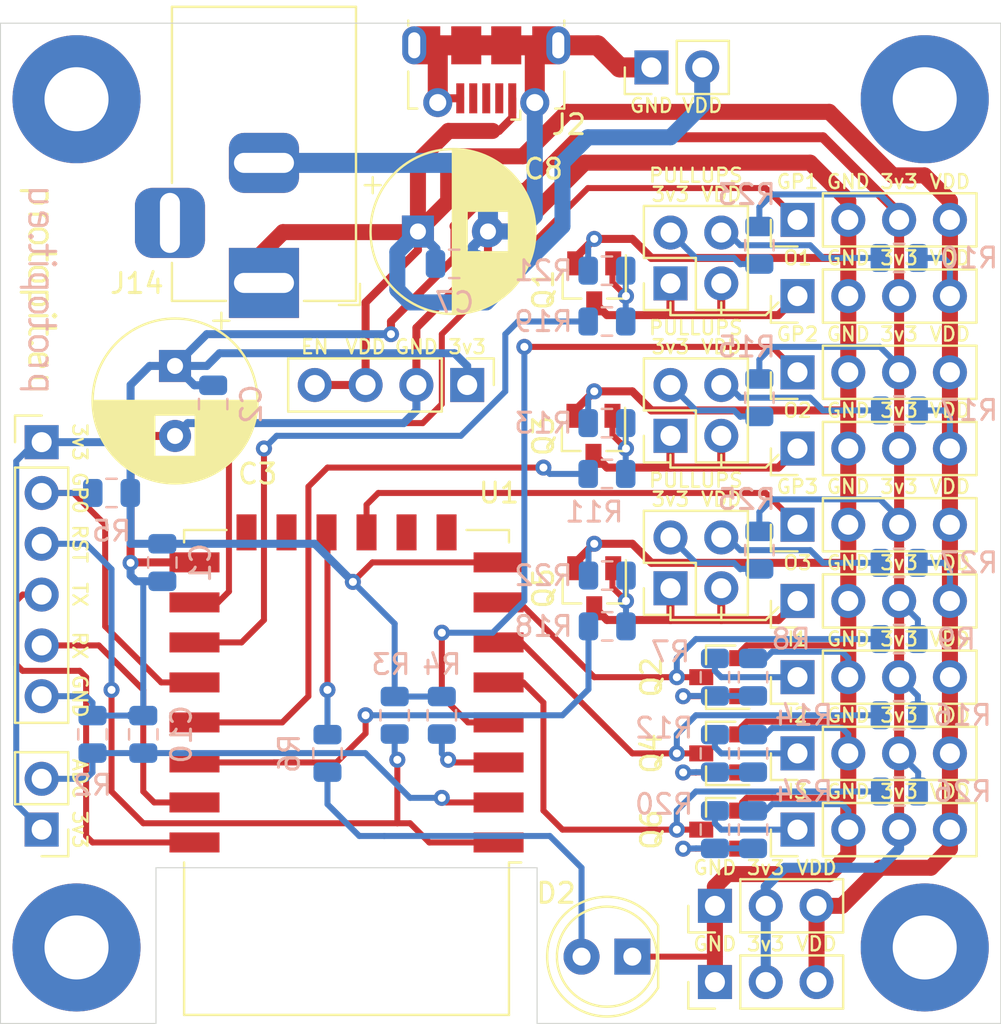
<source format=kicad_pcb>
(kicad_pcb (version 20200119) (host pcbnew "(5.99.0-1170-g34aee50ae)")
  (layers (0 "F.Cu" signal) (31 "B.Cu" signal) (34 "B.Paste" user) (35 "F.Paste" user) (36 "B.SilkS" user) (37 "F.SilkS" user) (38 "B.Mask" user) (39 "F.Mask" user) (44 "Edge.Cuts" user))
  (net 0 "")
  (net 1 "GND")
  (net 2 "+3V3")
  (net 3 "VDD")
  (net 4 "Net-(C10-Pad1)")
  (net 5 "Net-(D2-Pad2)")
  (net 6 "/ESP_RX")
  (net 7 "/ESP_TX")
  (net 8 "/O1")
  (net 9 "/O2")
  (net 10 "/O3")
  (net 11 "/GP1")
  (net 12 "/GP2")
  (net 13 "/GP3")
  (net 14 "/I1")
  (net 15 "/I2")
  (net 16 "/I3")
  (net 17 "/GPI1")
  (net 18 "/GPI2")
  (net 19 "/GPI3")
  (net 20 "/ESP_RST")
  (net 21 "Net-(R4-Pad1)")
  (net 22 "/ESP_GP0")
  (net 23 "Net-(R6-Pad2)")
  (net 24 "/GPO2")
  (net 25 "/GPO3")
  (net 26 "/GPO1")
  (net 27 "Net-(J2-Pad3)")
  (net 28 "Net-(J2-Pad4)")
  (net 29 "Net-(J2-Pad2)")
  (net 30 "Net-(J14-Pad3)")
  (net 31 "Net-(U1-Pad14)")
  (net 32 "Net-(U1-Pad13)")
  (net 33 "Net-(U1-Pad10)")
  (net 34 "Net-(U1-Pad9)")
  (net 35 "Net-(Q1-Pad1)")
  (net 36 "Net-(Q2-Pad1)")
  (net 37 "Net-(Q3-Pad1)")
  (net 38 "Net-(Q4-Pad1)")
  (net 39 "Net-(Q5-Pad1)")
  (net 40 "Net-(Q6-Pad1)")
  (net 41 "Net-(JP1-Pad4)")
  (net 42 "Net-(JP1-Pad2)")
  (net 43 "Net-(JP2-Pad4)")
  (net 44 "Net-(JP2-Pad2)")
  (net 45 "Net-(JP3-Pad4)")
  (net 46 "Net-(JP3-Pad2)")
  (module "Connector_PinHeader_2.54mm:PinHeader_1x04_P2.54mm_Vertical" (layer "F.Cu") (at 83.82 77.47 90)
    (fp_text reference "J10" hide)
    (fp_text value "O1")
    (pad "4" thru_hole oval (at 0 7.62 90) (size 1.7 1.7) (drill 1) (layers *.Cu *.Mask) (net 3 "VDD"))
    (pad "3" thru_hole oval (at 0 5.08 90) (size 1.7 1.7) (drill 1) (layers *.Cu *.Mask) (net 2 "+3V3"))
    (pad "2" thru_hole oval (at 0 2.54 90) (size 1.7 1.7) (drill 1) (layers *.Cu *.Mask) (net 1 "GND"))
    (pad "1" thru_hole rect (at 0 0 90) (size 1.7 1.7) (drill 1) (layers *.Cu *.Mask) (net 13 "/GP3"))
  )
  (module "Connector_PinHeader_2.54mm:PinHeader_1x04_P2.54mm_Vertical" (layer "F.Cu") (at 83.82 69.85 90)
    (fp_text reference "J9" hide)
    (fp_text value "O1")
    (pad "4" thru_hole oval (at 0 7.62 90) (size 1.7 1.7) (drill 1) (layers *.Cu *.Mask) (net 3 "VDD"))
    (pad "3" thru_hole oval (at 0 5.08 90) (size 1.7 1.7) (drill 1) (layers *.Cu *.Mask) (net 2 "+3V3"))
    (pad "2" thru_hole oval (at 0 2.54 90) (size 1.7 1.7) (drill 1) (layers *.Cu *.Mask) (net 1 "GND"))
    (pad "1" thru_hole rect (at 0 0 90) (size 1.7 1.7) (drill 1) (layers *.Cu *.Mask) (net 12 "/GP2"))
  )
  (module "Connector_PinHeader_2.54mm:PinHeader_1x04_P2.54mm_Vertical" (layer "F.Cu") (at 83.82 62.23 90)
    (fp_text reference "J8" hide)
    (fp_text value "O1")
    (pad "4" thru_hole oval (at 0 7.62 90) (size 1.7 1.7) (drill 1) (layers *.Cu *.Mask) (net 3 "VDD"))
    (pad "3" thru_hole oval (at 0 5.08 90) (size 1.7 1.7) (drill 1) (layers *.Cu *.Mask) (net 2 "+3V3"))
    (pad "2" thru_hole oval (at 0 2.54 90) (size 1.7 1.7) (drill 1) (layers *.Cu *.Mask) (net 1 "GND"))
    (pad "1" thru_hole rect (at 0 0 90) (size 1.7 1.7) (drill 1) (layers *.Cu *.Mask) (net 11 "/GP1"))
  )
  (module "Package_TO_SOT_SMD:SOT-23" (layer "F.Cu") (at 80.01 92.71 180)
    (fp_text reference "Q6" (at 3.4925 0 270) (layer "F.SilkS"))
    (fp_text value "BC817")
    (pad "3" smd rect (at 1 0 180) (size 1.2 0.8) (layers "F.Cu" "F.Paste" "F.Mask") (net 19 "/GPI3"))
    (pad "2" smd rect (at -1 0.95 180) (size 1.2 0.8) (layers "F.Cu" "F.Paste" "F.Mask") (net 1 "GND"))
    (pad "1" smd rect (at -1 -0.95 180) (size 1.2 0.8) (layers "F.Cu" "F.Paste" "F.Mask") (net 40 "Net-(Q6-Pad1)"))
  )
  (module "RF_Module:ESP-12E" (layer "F.Cu") (at 61.2775 89.8525 180)
    (fp_text reference "U1" (at -7.62 13.97) (layer "F.SilkS"))
    (fp_text value "ESP-12E")
    (pad "22" smd rect (at 7.6 -3.5 180) (size 2.5 1) (layers "F.Cu" "F.Paste" "F.Mask") (net 7 "/ESP_TX"))
    (pad "21" smd rect (at 7.6 -1.5 180) (size 2.5 1) (layers "F.Cu" "F.Paste" "F.Mask") (net 6 "/ESP_RX"))
    (pad "20" smd rect (at 7.6 0.5 180) (size 2.5 1) (layers "F.Cu" "F.Paste" "F.Mask") (net 25 "/GPO3"))
    (pad "19" smd rect (at 7.6 2.5 180) (size 2.5 1) (layers "F.Cu" "F.Paste" "F.Mask") (net 24 "/GPO2"))
    (pad "18" smd rect (at 7.6 4.5 180) (size 2.5 1) (layers "F.Cu" "F.Paste" "F.Mask") (net 22 "/ESP_GP0"))
    (pad "17" smd rect (at 7.6 6.5 180) (size 2.5 1) (layers "F.Cu" "F.Paste" "F.Mask") (net 26 "/GPO1"))
    (pad "16" smd rect (at 7.6 8.5 180) (size 2.5 1) (layers "F.Cu" "F.Paste" "F.Mask") (net 11 "/GP1"))
    (pad "15" smd rect (at 7.6 10.5 180) (size 2.5 1) (layers "F.Cu" "F.Paste" "F.Mask") (net 1 "GND"))
    (pad "14" smd rect (at 5 12 180) (size 1 1.8) (layers "F.Cu" "F.Paste" "F.Mask") (net 31 "Net-(U1-Pad14)"))
    (pad "13" smd rect (at 3 12 180) (size 1 1.8) (layers "F.Cu" "F.Paste" "F.Mask") (net 32 "Net-(U1-Pad13)"))
    (pad "12" smd rect (at 1 12 180) (size 1 1.8) (layers "F.Cu" "F.Paste" "F.Mask") (net 23 "Net-(R6-Pad2)"))
    (pad "11" smd rect (at -1 12 180) (size 1 1.8) (layers "F.Cu" "F.Paste" "F.Mask") (net 13 "/GP3"))
    (pad "10" smd rect (at -3 12 180) (size 1 1.8) (layers "F.Cu" "F.Paste" "F.Mask") (net 33 "Net-(U1-Pad10)"))
    (pad "9" smd rect (at -5 12 180) (size 1 1.8) (layers "F.Cu" "F.Paste" "F.Mask") (net 34 "Net-(U1-Pad9)"))
    (pad "8" smd rect (at -7.6 10.5 180) (size 2.5 1) (layers "F.Cu" "F.Paste" "F.Mask") (net 2 "+3V3"))
    (pad "7" smd rect (at -7.6 8.5 180) (size 2.5 1) (layers "F.Cu" "F.Paste" "F.Mask") (net 17 "/GPI1"))
    (pad "6" smd rect (at -7.6 6.5 180) (size 2.5 1) (layers "F.Cu" "F.Paste" "F.Mask") (net 18 "/GPI2"))
    (pad "5" smd rect (at -7.6 4.5 180) (size 2.5 1) (layers "F.Cu" "F.Paste" "F.Mask") (net 19 "/GPI3"))
    (pad "4" smd rect (at -7.6 2.5 180) (size 2.5 1) (layers "F.Cu" "F.Paste" "F.Mask") (net 12 "/GP2"))
    (pad "3" smd rect (at -7.6 0.5 180) (size 2.5 1) (layers "F.Cu" "F.Paste" "F.Mask") (net 21 "Net-(R4-Pad1)"))
    (pad "2" smd rect (at -7.6 -1.5 180) (size 2.5 1) (layers "F.Cu" "F.Paste" "F.Mask") (net 4 "Net-(C10-Pad1)"))
    (pad "1" smd rect (at -7.6 -3.5 180) (size 2.5 1) (layers "F.Cu" "F.Paste" "F.Mask") (net 20 "/ESP_RST"))
  )
  (module "Package_TO_SOT_SMD:SOT-23" (layer "F.Cu") (at 73.66 65.405 -90)
    (fp_text reference "Q1" (at 0.3175 2.54 90) (layer "F.SilkS"))
    (fp_text value "BC817")
    (pad "3" smd rect (at 1 0 270) (size 1.2 0.8) (layers "F.Cu" "F.Paste" "F.Mask") (net 8 "/O1"))
    (pad "2" smd rect (at -1 0.95 270) (size 1.2 0.8) (layers "F.Cu" "F.Paste" "F.Mask") (net 1 "GND"))
    (pad "1" smd rect (at -1 -0.95 270) (size 1.2 0.8) (layers "F.Cu" "F.Paste" "F.Mask") (net 35 "Net-(Q1-Pad1)"))
  )
  (module "Resistor_SMD:R_0805_2012Metric" (layer "B.Cu") (at 74.295 64.77 180)
    (fp_text reference "R21" (at 3.175 0 180) (layer "B.SilkS") (effects (justify mirror)))
    (fp_text value "4.7k")
    (pad "2" smd roundrect (at 0.9375 0 180) (size 0.975 1.4) (layers "B.Cu" "B.Paste" "B.Mask") (net 1 "GND"))
    (pad "1" smd roundrect (at -0.9375 0 180) (size 0.975 1.4) (layers "B.Cu" "B.Paste" "B.Mask") (net 35 "Net-(Q1-Pad1)"))
  )
  (module "Connector_PinHeader_2.54mm:PinHeader_2x02_P2.54mm_Vertical" (layer "F.Cu") (at 77.47 80.645 90)
    (fp_text reference "JP3" hide)
    (fp_text value "VSEL")
    (pad "4" thru_hole oval (at 2.54 2.54 90) (size 1.7 1.7) (drill 1) (layers *.Cu *.Mask) (net 45 "Net-(JP3-Pad4)"))
    (pad "3" thru_hole oval (at 0 2.54 90) (size 1.7 1.7) (drill 1) (layers *.Cu *.Mask) (net 10 "/O3"))
    (pad "2" thru_hole oval (at 2.54 0 90) (size 1.7 1.7) (drill 1) (layers *.Cu *.Mask) (net 46 "Net-(JP3-Pad2)"))
    (pad "1" thru_hole rect (at 0 0 90) (size 1.7 1.7) (drill 1) (layers *.Cu *.Mask) (net 10 "/O3"))
  )
  (module "Connector_PinHeader_2.54mm:PinHeader_2x02_P2.54mm_Vertical" (layer "F.Cu") (at 77.47 73.025 90)
    (fp_text reference "JP2" hide)
    (fp_text value "VSEL")
    (pad "4" thru_hole oval (at 2.54 2.54 90) (size 1.7 1.7) (drill 1) (layers *.Cu *.Mask) (net 43 "Net-(JP2-Pad4)"))
    (pad "3" thru_hole oval (at 0 2.54 90) (size 1.7 1.7) (drill 1) (layers *.Cu *.Mask) (net 9 "/O2"))
    (pad "2" thru_hole oval (at 2.54 0 90) (size 1.7 1.7) (drill 1) (layers *.Cu *.Mask) (net 44 "Net-(JP2-Pad2)"))
    (pad "1" thru_hole rect (at 0 0 90) (size 1.7 1.7) (drill 1) (layers *.Cu *.Mask) (net 9 "/O2"))
  )
  (module "Connector_PinHeader_2.54mm:PinHeader_2x02_P2.54mm_Vertical" (layer "F.Cu") (at 77.47 65.405 90)
    (fp_text reference "JP1" hide)
    (fp_text value "VSEL")
    (pad "4" thru_hole oval (at 2.54 2.54 90) (size 1.7 1.7) (drill 1) (layers *.Cu *.Mask) (net 41 "Net-(JP1-Pad4)"))
    (pad "3" thru_hole oval (at 0 2.54 90) (size 1.7 1.7) (drill 1) (layers *.Cu *.Mask) (net 8 "/O1"))
    (pad "2" thru_hole oval (at 2.54 0 90) (size 1.7 1.7) (drill 1) (layers *.Cu *.Mask) (net 42 "Net-(JP1-Pad2)"))
    (pad "1" thru_hole rect (at 0 0 90) (size 1.7 1.7) (drill 1) (layers *.Cu *.Mask) (net 8 "/O1"))
  )
  (module "Resistor_SMD:R_0805_2012Metric" (layer "B.Cu") (at 60.325 88.9 90)
    (fp_text reference "R6" (at 0 -1.905 90) (layer "B.SilkS") (effects (justify mirror)))
    (fp_text value "4.7k")
    (pad "2" smd roundrect (at 0.9375 0 90) (size 0.975 1.4) (layers "B.Cu" "B.Paste" "B.Mask") (net 23 "Net-(R6-Pad2)"))
    (pad "1" smd roundrect (at -0.9375 0 90) (size 0.975 1.4) (layers "B.Cu" "B.Paste" "B.Mask") (net 5 "Net-(D2-Pad2)"))
  )
  (module "Connector_PinHeader_2.54mm:PinHeader_1x06_P2.54mm_Vertical" (layer "F.Cu") (at 46.0375 73.3425)
    (fp_text reference "J17" hide)
    (fp_text value "DEBUG")
    (pad "6" thru_hole oval (at 0 12.7) (size 1.7 1.7) (drill 1) (layers *.Cu *.Mask) (net 1 "GND"))
    (pad "5" thru_hole oval (at 0 10.16) (size 1.7 1.7) (drill 1) (layers *.Cu *.Mask) (net 6 "/ESP_RX"))
    (pad "4" thru_hole oval (at 0 7.62) (size 1.7 1.7) (drill 1) (layers *.Cu *.Mask) (net 7 "/ESP_TX"))
    (pad "3" thru_hole oval (at 0 5.08) (size 1.7 1.7) (drill 1) (layers *.Cu *.Mask) (net 20 "/ESP_RST"))
    (pad "2" thru_hole oval (at 0 2.54) (size 1.7 1.7) (drill 1) (layers *.Cu *.Mask) (net 22 "/ESP_GP0"))
    (pad "1" thru_hole rect (at 0 0) (size 1.7 1.7) (drill 1) (layers *.Cu *.Mask) (net 2 "+3V3"))
  )
  (module "Connector_PinHeader_2.54mm:PinHeader_1x03_P2.54mm_Vertical" (layer "F.Cu") (at 79.6925 96.52 90)
    (fp_text reference "J4" hide)
    (fp_text value "POWER_OUT")
    (pad "3" thru_hole oval (at 0 5.08 90) (size 1.7 1.7) (drill 1) (layers *.Cu *.Mask) (net 3 "VDD"))
    (pad "2" thru_hole oval (at 0 2.54 90) (size 1.7 1.7) (drill 1) (layers *.Cu *.Mask) (net 2 "+3V3"))
    (pad "1" thru_hole rect (at 0 0 90) (size 1.7 1.7) (drill 1) (layers *.Cu *.Mask) (net 1 "GND"))
  )
  (module "Connector_PinHeader_2.54mm:PinHeader_1x03_P2.54mm_Vertical" (layer "F.Cu") (at 79.6925 100.33 90)
    (fp_text reference "J16" hide)
    (fp_text value "POWER_OUT")
    (pad "3" thru_hole oval (at 0 5.08 90) (size 1.7 1.7) (drill 1) (layers *.Cu *.Mask) (net 3 "VDD"))
    (pad "2" thru_hole oval (at 0 2.54 90) (size 1.7 1.7) (drill 1) (layers *.Cu *.Mask) (net 2 "+3V3"))
    (pad "1" thru_hole rect (at 0 0 90) (size 1.7 1.7) (drill 1) (layers *.Cu *.Mask) (net 1 "GND"))
  )
  (module "MountingHole:MountingHole_3.2mm_M3_Pad" (layer "F.Cu") (at 90.18 98.6)
    (fp_text reference "REF**" hide)
    (fp_text value "MountingHole_3.2mm_M3_Pad")
    (pad "1" thru_hole circle (at 0 0) (size 6.4 6.4) (drill 3.2) (layers *.Cu *.Mask))
  )
  (module "MountingHole:MountingHole_3.2mm_M3_Pad" (layer "F.Cu") (at 47.78 98.6)
    (fp_text reference "REF**" hide)
    (fp_text value "MountingHole_3.2mm_M3_Pad")
    (pad "1" thru_hole circle (at 0 0) (size 6.4 6.4) (drill 3.2) (layers *.Cu *.Mask))
  )
  (module "MountingHole:MountingHole_3.2mm_M3_Pad" (layer "F.Cu") (at 47.78 56.2)
    (fp_text reference "REF**" hide)
    (fp_text value "MountingHole_3.2mm_M3_Pad")
    (pad "1" thru_hole circle (at 0 0) (size 6.4 6.4) (drill 3.2) (layers *.Cu *.Mask))
  )
  (module "MountingHole:MountingHole_3.2mm_M3_Pad" (layer "F.Cu") (at 90.18 56.2)
    (fp_text reference "REF**" hide)
    (fp_text value "MountingHole_3.2mm_M3_Pad")
    (pad "1" thru_hole circle (at 0 0) (size 6.4 6.4) (drill 3.2) (layers *.Cu *.Mask))
  )
  (module "connectors:USB_Micro-B_ATTEND" (layer "F.Cu") (at 68.2625 54.905219 180)
    (fp_text reference "J2" (at -4.1275 -2.562281) (layer "F.SilkS"))
    (fp_text value "USB_B_Micro")
    (pad "6" smd rect (at -2.9 1.4 180) (size 1.2 1.9) (layers "F.Cu" "F.Mask") (net 1 "GND"))
    (pad "6" smd rect (at 2.9 1.4 180) (size 1.2 1.9) (layers "F.Cu" "F.Mask") (net 1 "GND"))
    (pad "6" thru_hole oval (at 3.6 1.4 180) (size 1.2 1.9) (drill oval 0.6 1.3) (layers *.Cu *.Mask) (net 1 "GND"))
    (pad "6" thru_hole oval (at -3.6 1.4) (size 1.2 1.9) (drill oval 0.6 1.3) (layers *.Cu *.Mask) (net 1 "GND"))
    (pad "6" smd rect (at -1 1.4 180) (size 1.5 1.9) (layers "F.Cu" "F.Paste" "F.Mask") (net 1 "GND"))
    (pad "6" thru_hole circle (at 2.425 -1.4625 180) (size 1.45 1.45) (drill 0.85) (layers *.Cu *.Mask) (net 1 "GND"))
    (pad "3" smd rect (at 0 -1.25 180) (size 0.4 1.5) (layers "F.Cu" "F.Paste" "F.Mask") (net 27 "Net-(J2-Pad3)"))
    (pad "4" smd rect (at 0.65 -1.25 180) (size 0.4 1.5) (layers "F.Cu" "F.Paste" "F.Mask") (net 28 "Net-(J2-Pad4)"))
    (pad "5" smd rect (at 1.3 -1.25 180) (size 0.4 1.5) (layers "F.Cu" "F.Paste" "F.Mask") (net 1 "GND"))
    (pad "1" smd rect (at -1.3 -1.25 180) (size 0.4 1.5) (layers "F.Cu" "F.Paste" "F.Mask") (net 3 "VDD"))
    (pad "2" smd rect (at -0.65 -1.25 180) (size 0.4 1.5) (layers "F.Cu" "F.Paste" "F.Mask") (net 29 "Net-(J2-Pad2)"))
    (pad "6" thru_hole circle (at -2.425 -1.4625 180) (size 1.45 1.45) (drill 0.85) (layers *.Cu *.Mask) (net 1 "GND"))
    (pad "6" smd rect (at 1 1.4 180) (size 1.5 1.9) (layers "F.Cu" "F.Paste" "F.Mask") (net 1 "GND"))
  )
  (module "Capacitor_THT:CP_Radial_D8.0mm_P3.50mm" (layer "F.Cu") (at 64.847062 62.81186)
    (fp_text reference "C8" (at 6.272938 -3.12186) (layer "F.SilkS"))
    (fp_text value "470uF")
    (pad "2" thru_hole circle (at 3.5 0) (size 1.6 1.6) (drill 0.8) (layers *.Cu *.Mask) (net 1 "GND"))
    (pad "1" thru_hole rect (at 0 0) (size 1.6 1.6) (drill 0.8) (layers *.Cu *.Mask) (net 3 "VDD"))
  )
  (module "Resistor_SMD:R_0805_2012Metric" (layer "B.Cu") (at 88.9 79.375 180)
    (fp_text reference "R27" (at -3.4925 0 180) (layer "B.SilkS") (effects (justify mirror)))
    (fp_text value "4.7k")
    (pad "1" smd roundrect (at -0.9375 0 180) (size 0.975 1.4) (layers "B.Cu" "B.Paste" "B.Mask") (net 3 "VDD"))
    (pad "2" smd roundrect (at 0.9375 0 180) (size 0.975 1.4) (layers "B.Cu" "B.Paste" "B.Mask") (net 45 "Net-(JP3-Pad4)"))
  )
  (module "Package_TO_SOT_SMD:SOT-23" (layer "F.Cu") (at 73.66 80.645 -90)
    (fp_text reference "Q5" (at 0 2.54 90) (layer "F.SilkS"))
    (fp_text value "BC817")
    (pad "3" smd rect (at 1 0 270) (size 1.2 0.8) (layers "F.Cu" "F.Paste" "F.Mask") (net 10 "/O3"))
    (pad "2" smd rect (at -1 0.95 270) (size 1.2 0.8) (layers "F.Cu" "F.Paste" "F.Mask") (net 1 "GND"))
    (pad "1" smd rect (at -1 -0.95 270) (size 1.2 0.8) (layers "F.Cu" "F.Paste" "F.Mask") (net 39 "Net-(Q5-Pad1)"))
  )
  (module "Package_TO_SOT_SMD:SOT-23" (layer "F.Cu") (at 80.01 88.9 180)
    (fp_text reference "Q4" (at 3.4925 0 90) (layer "F.SilkS"))
    (fp_text value "BC817")
    (pad "3" smd rect (at 1 0 180) (size 1.2 0.8) (layers "F.Cu" "F.Paste" "F.Mask") (net 18 "/GPI2"))
    (pad "2" smd rect (at -1 0.95 180) (size 1.2 0.8) (layers "F.Cu" "F.Paste" "F.Mask") (net 1 "GND"))
    (pad "1" smd rect (at -1 -0.95 180) (size 1.2 0.8) (layers "F.Cu" "F.Paste" "F.Mask") (net 38 "Net-(Q4-Pad1)"))
  )
  (module "Package_TO_SOT_SMD:SOT-23" (layer "F.Cu") (at 73.621026 73.025 -90)
    (fp_text reference "Q3" (at 0 2.501026 90) (layer "F.SilkS"))
    (fp_text value "BC817")
    (pad "3" smd rect (at 1 0 270) (size 1.2 0.8) (layers "F.Cu" "F.Paste" "F.Mask") (net 9 "/O2"))
    (pad "2" smd rect (at -1 0.95 270) (size 1.2 0.8) (layers "F.Cu" "F.Paste" "F.Mask") (net 1 "GND"))
    (pad "1" smd rect (at -1 -0.95 270) (size 1.2 0.8) (layers "F.Cu" "F.Paste" "F.Mask") (net 37 "Net-(Q3-Pad1)"))
  )
  (module "Package_TO_SOT_SMD:SOT-23" (layer "F.Cu") (at 80.01 85.09 180)
    (fp_text reference "Q2" (at 3.4925 0 90) (layer "F.SilkS"))
    (fp_text value "BC817")
    (pad "3" smd rect (at 1 0 180) (size 1.2 0.8) (layers "F.Cu" "F.Paste" "F.Mask") (net 17 "/GPI1"))
    (pad "2" smd rect (at -1 0.95 180) (size 1.2 0.8) (layers "F.Cu" "F.Paste" "F.Mask") (net 1 "GND"))
    (pad "1" smd rect (at -1 -0.95 180) (size 1.2 0.8) (layers "F.Cu" "F.Paste" "F.Mask") (net 36 "Net-(Q2-Pad1)"))
  )
  (module "Resistor_SMD:R_0805_2012Metric" (layer "B.Cu") (at 88.915 90.805 180)
    (fp_text reference "R26" (at -3.16 0) (layer "B.SilkS") (effects (justify mirror)))
    (fp_text value "1k")
    (pad "2" smd roundrect (at 0.9375 0 180) (size 0.975 1.4) (layers "B.Cu" "B.Paste" "B.Mask") (net 19 "/GPI3"))
    (pad "1" smd roundrect (at -0.9375 0 180) (size 0.975 1.4) (layers "B.Cu" "B.Paste" "B.Mask") (net 2 "+3V3"))
  )
  (module "Resistor_SMD:R_0805_2012Metric" (layer "B.Cu") (at 81.915 78.74 -90)
    (fp_text reference "R25" (at -2.54 0.635) (layer "B.SilkS") (effects (justify mirror)))
    (fp_text value "1k")
    (pad "1" smd roundrect (at -0.9375 0 270) (size 0.975 1.4) (layers "B.Cu" "B.Paste" "B.Mask") (net 2 "+3V3"))
    (pad "2" smd roundrect (at 0.9375 0 270) (size 0.975 1.4) (layers "B.Cu" "B.Paste" "B.Mask") (net 46 "Net-(JP3-Pad2)"))
  )
  (module "Resistor_SMD:R_0805_2012Metric" (layer "B.Cu") (at 81.5975 92.71 90)
    (fp_text reference "R24" (at 1.905 2.54 180) (layer "B.SilkS") (effects (justify mirror)))
    (fp_text value "4.7k")
    (pad "2" smd roundrect (at 0.9375 0 90) (size 0.975 1.4) (layers "B.Cu" "B.Paste" "B.Mask") (net 1 "GND"))
    (pad "1" smd roundrect (at -0.9375 0 90) (size 0.975 1.4) (layers "B.Cu" "B.Paste" "B.Mask") (net 40 "Net-(Q6-Pad1)"))
  )
  (module "Resistor_SMD:R_0805_2012Metric" (layer "B.Cu") (at 81.915 63.5 -90)
    (fp_text reference "R23" (at -2.54 0.635 180) (layer "B.SilkS") (effects (justify mirror)))
    (fp_text value "1k")
    (pad "2" smd roundrect (at 0.9375 0 270) (size 0.975 1.4) (layers "B.Cu" "B.Paste" "B.Mask") (net 42 "Net-(JP1-Pad2)"))
    (pad "1" smd roundrect (at -0.9375 0 270) (size 0.975 1.4) (layers "B.Cu" "B.Paste" "B.Mask") (net 2 "+3V3"))
  )
  (module "Resistor_SMD:R_0805_2012Metric" (layer "B.Cu") (at 74.31 80.01 180)
    (fp_text reference "R22" (at 3.19 0) (layer "B.SilkS") (effects (justify mirror)))
    (fp_text value "4.7k")
    (pad "2" smd roundrect (at 0.9375 0 180) (size 0.975 1.4) (layers "B.Cu" "B.Paste" "B.Mask") (net 1 "GND"))
    (pad "1" smd roundrect (at -0.9375 0 180) (size 0.975 1.4) (layers "B.Cu" "B.Paste" "B.Mask") (net 39 "Net-(Q5-Pad1)"))
  )
  (module "Resistor_SMD:R_0805_2012Metric" (layer "B.Cu") (at 79.6925 92.71 90)
    (fp_text reference "R20" (at 1.27 -2.54 180) (layer "B.SilkS") (effects (justify mirror)))
    (fp_text value "1k")
    (pad "2" smd roundrect (at 0.9375 0 90) (size 0.975 1.4) (layers "B.Cu" "B.Paste" "B.Mask") (net 16 "/I3"))
    (pad "1" smd roundrect (at -0.9375 0 90) (size 0.975 1.4) (layers "B.Cu" "B.Paste" "B.Mask") (net 40 "Net-(Q6-Pad1)"))
  )
  (module "Resistor_SMD:R_0805_2012Metric" (layer "B.Cu") (at 74.295 67.31 180)
    (fp_text reference "R19" (at 3.175 0) (layer "B.SilkS") (effects (justify mirror)))
    (fp_text value "1k")
    (pad "2" smd roundrect (at 0.9375 0 180) (size 0.975 1.4) (layers "B.Cu" "B.Paste" "B.Mask") (net 26 "/GPO1"))
    (pad "1" smd roundrect (at -0.9375 0 180) (size 0.975 1.4) (layers "B.Cu" "B.Paste" "B.Mask") (net 35 "Net-(Q1-Pad1)"))
  )
  (module "Resistor_SMD:R_0805_2012Metric" (layer "B.Cu") (at 74.31 82.55 180)
    (fp_text reference "R18" (at 3.19 0) (layer "B.SilkS") (effects (justify mirror)))
    (fp_text value "1k")
    (pad "2" smd roundrect (at 0.9375 0 180) (size 0.975 1.4) (layers "B.Cu" "B.Paste" "B.Mask") (net 25 "/GPO3"))
    (pad "1" smd roundrect (at -0.9375 0 180) (size 0.975 1.4) (layers "B.Cu" "B.Paste" "B.Mask") (net 39 "Net-(Q5-Pad1)"))
  )
  (module "Resistor_SMD:R_0805_2012Metric" (layer "B.Cu") (at 88.915 71.755 180)
    (fp_text reference "R17" (at -3.4775 0) (layer "B.SilkS") (effects (justify mirror)))
    (fp_text value "4.7k")
    (pad "2" smd roundrect (at 0.9375 0 180) (size 0.975 1.4) (layers "B.Cu" "B.Paste" "B.Mask") (net 43 "Net-(JP2-Pad4)"))
    (pad "1" smd roundrect (at -0.9375 0 180) (size 0.975 1.4) (layers "B.Cu" "B.Paste" "B.Mask") (net 3 "VDD"))
  )
  (module "Resistor_SMD:R_0805_2012Metric" (layer "B.Cu") (at 88.9 86.995 180)
    (fp_text reference "R16" (at -3.175 0) (layer "B.SilkS") (effects (justify mirror)))
    (fp_text value "1k")
    (pad "2" smd roundrect (at 0.9375 0 180) (size 0.975 1.4) (layers "B.Cu" "B.Paste" "B.Mask") (net 18 "/GPI2"))
    (pad "1" smd roundrect (at -0.9375 0 180) (size 0.975 1.4) (layers "B.Cu" "B.Paste" "B.Mask") (net 2 "+3V3"))
  )
  (module "Resistor_SMD:R_0805_2012Metric" (layer "B.Cu") (at 81.915 71.12 -90)
    (fp_text reference "R15" (at -2.54 0.635 180) (layer "B.SilkS") (effects (justify mirror)))
    (fp_text value "1k")
    (pad "2" smd roundrect (at 0.9375 0 270) (size 0.975 1.4) (layers "B.Cu" "B.Paste" "B.Mask") (net 44 "Net-(JP2-Pad2)"))
    (pad "1" smd roundrect (at -0.9375 0 270) (size 0.975 1.4) (layers "B.Cu" "B.Paste" "B.Mask") (net 2 "+3V3"))
  )
  (module "Resistor_SMD:R_0805_2012Metric" (layer "B.Cu") (at 81.5975 88.9 90)
    (fp_text reference "R14" (at 1.905 2.54) (layer "B.SilkS") (effects (justify mirror)))
    (fp_text value "4.7k")
    (pad "2" smd roundrect (at 0.9375 0 90) (size 0.975 1.4) (layers "B.Cu" "B.Paste" "B.Mask") (net 1 "GND"))
    (pad "1" smd roundrect (at -0.9375 0 90) (size 0.975 1.4) (layers "B.Cu" "B.Paste" "B.Mask") (net 38 "Net-(Q4-Pad1)"))
  )
  (module "Resistor_SMD:R_0805_2012Metric" (layer "B.Cu") (at 74.295 72.39 180)
    (fp_text reference "R13" (at 3.175 0) (layer "B.SilkS") (effects (justify mirror)))
    (fp_text value "4.7k")
    (pad "2" smd roundrect (at 0.9375 0 180) (size 0.975 1.4) (layers "B.Cu" "B.Paste" "B.Mask") (net 1 "GND"))
    (pad "1" smd roundrect (at -0.9375 0 180) (size 0.975 1.4) (layers "B.Cu" "B.Paste" "B.Mask") (net 37 "Net-(Q3-Pad1)"))
  )
  (module "Resistor_SMD:R_0805_2012Metric" (layer "B.Cu") (at 79.6925 88.9 90)
    (fp_text reference "R12" (at 1.27 -2.54 180) (layer "B.SilkS") (effects (justify mirror)))
    (fp_text value "1k")
    (pad "2" smd roundrect (at 0.9375 0 90) (size 0.975 1.4) (layers "B.Cu" "B.Paste" "B.Mask") (net 15 "/I2"))
    (pad "1" smd roundrect (at -0.9375 0 90) (size 0.975 1.4) (layers "B.Cu" "B.Paste" "B.Mask") (net 38 "Net-(Q4-Pad1)"))
  )
  (module "Resistor_SMD:R_0805_2012Metric" (layer "B.Cu") (at 74.295 74.93 180)
    (fp_text reference "R11" (at 0.635 -1.905) (layer "B.SilkS") (effects (justify mirror)))
    (fp_text value "1k")
    (pad "2" smd roundrect (at 0.9375 0 180) (size 0.975 1.4) (layers "B.Cu" "B.Paste" "B.Mask") (net 24 "/GPO2"))
    (pad "1" smd roundrect (at -0.9375 0 180) (size 0.975 1.4) (layers "B.Cu" "B.Paste" "B.Mask") (net 37 "Net-(Q3-Pad1)"))
  )
  (module "Resistor_SMD:R_0805_2012Metric" (layer "B.Cu") (at 88.9 64.135 180)
    (fp_text reference "R10" (at -3.4925 0) (layer "B.SilkS") (effects (justify mirror)))
    (fp_text value "4.7k")
    (pad "2" smd roundrect (at 0.9375 0 180) (size 0.975 1.4) (layers "B.Cu" "B.Paste" "B.Mask") (net 41 "Net-(JP1-Pad4)"))
    (pad "1" smd roundrect (at -0.9375 0 180) (size 0.975 1.4) (layers "B.Cu" "B.Paste" "B.Mask") (net 3 "VDD"))
  )
  (module "Resistor_SMD:R_0805_2012Metric" (layer "B.Cu") (at 88.9 83.185 180)
    (fp_text reference "R9" (at -2.8575 0) (layer "B.SilkS") (effects (justify mirror)))
    (fp_text value "1k")
    (pad "2" smd roundrect (at 0.9375 0 180) (size 0.975 1.4) (layers "B.Cu" "B.Paste" "B.Mask") (net 17 "/GPI1"))
    (pad "1" smd roundrect (at -0.9375 0 180) (size 0.975 1.4) (layers "B.Cu" "B.Paste" "B.Mask") (net 2 "+3V3"))
  )
  (module "Resistor_SMD:R_0805_2012Metric" (layer "B.Cu") (at 81.5975 85.09 90)
    (fp_text reference "R8" (at 1.905 1.905) (layer "B.SilkS") (effects (justify mirror)))
    (fp_text value "4.7k")
    (pad "2" smd roundrect (at 0.9375 0 90) (size 0.975 1.4) (layers "B.Cu" "B.Paste" "B.Mask") (net 1 "GND"))
    (pad "1" smd roundrect (at -0.9375 0 90) (size 0.975 1.4) (layers "B.Cu" "B.Paste" "B.Mask") (net 36 "Net-(Q2-Pad1)"))
  )
  (module "Resistor_SMD:R_0805_2012Metric" (layer "B.Cu") (at 79.6925 85.09 90)
    (fp_text reference "R7" (at 1.27 -2.2225) (layer "B.SilkS") (effects (justify mirror)))
    (fp_text value "1k")
    (pad "2" smd roundrect (at 0.9375 0 90) (size 0.975 1.4) (layers "B.Cu" "B.Paste" "B.Mask") (net 14 "/I1"))
    (pad "1" smd roundrect (at -0.9375 0 90) (size 0.975 1.4) (layers "B.Cu" "B.Paste" "B.Mask") (net 36 "Net-(Q2-Pad1)"))
  )
  (module "Resistor_SMD:R_0805_2012Metric" (layer "B.Cu") (at 49.53 75.8825)
    (fp_text reference "R5" (at 0 1.905) (layer "B.SilkS") (effects (justify mirror)))
    (fp_text value "4.7k")
    (pad "2" smd roundrect (at 0.9375 0) (size 0.975 1.4) (layers "B.Cu" "B.Paste" "B.Mask") (net 2 "+3V3"))
    (pad "1" smd roundrect (at -0.9375 0) (size 0.975 1.4) (layers "B.Cu" "B.Paste" "B.Mask") (net 22 "/ESP_GP0"))
  )
  (module "Resistor_SMD:R_0805_2012Metric" (layer "B.Cu") (at 66.04 86.995 90)
    (fp_text reference "R4" (at 2.54 0 180) (layer "B.SilkS") (effects (justify mirror)))
    (fp_text value "4.7k")
    (pad "2" smd roundrect (at 0.9375 0 90) (size 0.975 1.4) (layers "B.Cu" "B.Paste" "B.Mask") (net 2 "+3V3"))
    (pad "1" smd roundrect (at -0.9375 0 90) (size 0.975 1.4) (layers "B.Cu" "B.Paste" "B.Mask") (net 21 "Net-(R4-Pad1)"))
  )
  (module "Resistor_SMD:R_0805_2012Metric" (layer "B.Cu") (at 63.683031 86.995 90)
    (fp_text reference "R3" (at 2.54 -0.183031 180) (layer "B.SilkS") (effects (justify mirror)))
    (fp_text value "4.7k")
    (pad "2" smd roundrect (at 0.9375 0 90) (size 0.975 1.4) (layers "B.Cu" "B.Paste" "B.Mask") (net 2 "+3V3"))
    (pad "1" smd roundrect (at -0.9375 0 90) (size 0.975 1.4) (layers "B.Cu" "B.Paste" "B.Mask") (net 20 "/ESP_RST"))
  )
  (module "Resistor_SMD:R_0805_2012Metric" (layer "B.Cu") (at 48.5775 87.9475 90)
    (fp_text reference "R2" (at -2.54 0) (layer "B.SilkS") (effects (justify mirror)))
    (fp_text value "150k")
    (pad "2" smd roundrect (at 0.9375 0 90) (size 0.975 1.4) (layers "B.Cu" "B.Paste" "B.Mask") (net 1 "GND"))
    (pad "1" smd roundrect (at -0.9375 0 90) (size 0.975 1.4) (layers "B.Cu" "B.Paste" "B.Mask") (net 4 "Net-(C10-Pad1)"))
  )
  (module "Connector_PinHeader_2.54mm:PinHeader_1x02_P2.54mm_Vertical" (layer "F.Cu") (at 46.0375 92.71 180)
    (fp_text reference "R1" hide)
    (fp_text value "LDR03")
    (pad "2" thru_hole oval (at 0 2.54 180) (size 1.7 1.7) (drill 1) (layers *.Cu *.Mask) (net 4 "Net-(C10-Pad1)"))
    (pad "1" thru_hole rect (at 0 0 180) (size 1.7 1.7) (drill 1) (layers *.Cu *.Mask) (net 2 "+3V3"))
  )
  (module "Connector_BarrelJack:BarrelJack_Horizontal" (layer "F.Cu") (at 57.15 65.382719 -90)
    (fp_text reference "J14" (at 0.022281 6.35 180) (layer "F.SilkS"))
    (fp_text value "Barrel_Jack_Switch")
    (pad "3" thru_hole roundrect (at -3 4.7 270) (size 3.5 3.5) (drill oval 3 1) (layers *.Cu *.Mask) (net 30 "Net-(J14-Pad3)"))
    (pad "2" thru_hole roundrect (at -6 0 270) (size 3 3.5) (drill oval 1 3) (layers *.Cu *.Mask) (net 1 "GND"))
    (pad "1" thru_hole rect (at 0 0 270) (size 3.5 3.5) (drill oval 1 3) (layers *.Cu *.Mask) (net 3 "VDD"))
  )
  (module "Connector_PinHeader_2.54mm:PinHeader_1x04_P2.54mm_Vertical" (layer "F.Cu") (at 83.82 92.71 90)
    (fp_text reference "J13" hide)
    (fp_text value "I3")
    (pad "4" thru_hole oval (at 0 7.62 90) (size 1.7 1.7) (drill 1) (layers *.Cu *.Mask) (net 3 "VDD"))
    (pad "3" thru_hole oval (at 0 5.08 90) (size 1.7 1.7) (drill 1) (layers *.Cu *.Mask) (net 2 "+3V3"))
    (pad "2" thru_hole oval (at 0 2.54 90) (size 1.7 1.7) (drill 1) (layers *.Cu *.Mask) (net 1 "GND"))
    (pad "1" thru_hole rect (at 0 0 90) (size 1.7 1.7) (drill 1) (layers *.Cu *.Mask) (net 16 "/I3"))
  )
  (module "Connector_PinHeader_2.54mm:PinHeader_1x04_P2.54mm_Vertical" (layer "F.Cu") (at 83.82 88.9 90)
    (fp_text reference "J12" hide)
    (fp_text value "I2")
    (pad "4" thru_hole oval (at 0 7.62 90) (size 1.7 1.7) (drill 1) (layers *.Cu *.Mask) (net 3 "VDD"))
    (pad "3" thru_hole oval (at 0 5.08 90) (size 1.7 1.7) (drill 1) (layers *.Cu *.Mask) (net 2 "+3V3"))
    (pad "2" thru_hole oval (at 0 2.54 90) (size 1.7 1.7) (drill 1) (layers *.Cu *.Mask) (net 1 "GND"))
    (pad "1" thru_hole rect (at 0 0 90) (size 1.7 1.7) (drill 1) (layers *.Cu *.Mask) (net 15 "/I2"))
  )
  (module "Connector_PinHeader_2.54mm:PinHeader_1x04_P2.54mm_Vertical" (layer "F.Cu") (at 83.82 85.09 90)
    (fp_text reference "J11" hide)
    (fp_text value "I1")
    (pad "4" thru_hole oval (at 0 7.62 90) (size 1.7 1.7) (drill 1) (layers *.Cu *.Mask) (net 3 "VDD"))
    (pad "3" thru_hole oval (at 0 5.08 90) (size 1.7 1.7) (drill 1) (layers *.Cu *.Mask) (net 2 "+3V3"))
    (pad "2" thru_hole oval (at 0 2.54 90) (size 1.7 1.7) (drill 1) (layers *.Cu *.Mask) (net 1 "GND"))
    (pad "1" thru_hole rect (at 0 0 90) (size 1.7 1.7) (drill 1) (layers *.Cu *.Mask) (net 14 "/I1"))
  )
  (module "Connector_PinHeader_2.54mm:PinHeader_1x04_P2.54mm_Vertical" (layer "F.Cu") (at 83.82 81.28 90)
    (fp_text reference "J7" hide)
    (fp_text value "O3")
    (pad "4" thru_hole oval (at 0 7.62 90) (size 1.7 1.7) (drill 1) (layers *.Cu *.Mask) (net 3 "VDD"))
    (pad "3" thru_hole oval (at 0 5.08 90) (size 1.7 1.7) (drill 1) (layers *.Cu *.Mask) (net 2 "+3V3"))
    (pad "2" thru_hole oval (at 0 2.54 90) (size 1.7 1.7) (drill 1) (layers *.Cu *.Mask) (net 1 "GND"))
    (pad "1" thru_hole rect (at 0 0 90) (size 1.7 1.7) (drill 1) (layers *.Cu *.Mask) (net 10 "/O3"))
  )
  (module "Connector_PinHeader_2.54mm:PinHeader_1x04_P2.54mm_Vertical" (layer "F.Cu") (at 83.82 73.66 90)
    (fp_text reference "J6" hide)
    (fp_text value "O2")
    (pad "4" thru_hole oval (at 0 7.62 90) (size 1.7 1.7) (drill 1) (layers *.Cu *.Mask) (net 3 "VDD"))
    (pad "3" thru_hole oval (at 0 5.08 90) (size 1.7 1.7) (drill 1) (layers *.Cu *.Mask) (net 2 "+3V3"))
    (pad "2" thru_hole oval (at 0 2.54 90) (size 1.7 1.7) (drill 1) (layers *.Cu *.Mask) (net 1 "GND"))
    (pad "1" thru_hole rect (at 0 0 90) (size 1.7 1.7) (drill 1) (layers *.Cu *.Mask) (net 9 "/O2"))
  )
  (module "Connector_PinHeader_2.54mm:PinHeader_1x04_P2.54mm_Vertical" (layer "F.Cu") (at 83.82 66.04 90)
    (fp_text reference "J5" hide)
    (fp_text value "O1")
    (pad "4" thru_hole oval (at 0 7.62 90) (size 1.7 1.7) (drill 1) (layers *.Cu *.Mask) (net 3 "VDD"))
    (pad "3" thru_hole oval (at 0 5.08 90) (size 1.7 1.7) (drill 1) (layers *.Cu *.Mask) (net 2 "+3V3"))
    (pad "2" thru_hole oval (at 0 2.54 90) (size 1.7 1.7) (drill 1) (layers *.Cu *.Mask) (net 1 "GND"))
    (pad "1" thru_hole rect (at 0 0 90) (size 1.7 1.7) (drill 1) (layers *.Cu *.Mask) (net 8 "/O1"))
  )
  (module "Connector_PinHeader_2.54mm:PinHeader_1x02_P2.54mm_Vertical" (layer "F.Cu") (at 76.5175 54.61 90)
    (fp_text reference "J3" hide)
    (fp_text value "Power")
    (pad "2" thru_hole oval (at 0 2.54 90) (size 1.7 1.7) (drill 1) (layers *.Cu *.Mask) (net 3 "VDD"))
    (pad "1" thru_hole rect (at 0 0 90) (size 1.7 1.7) (drill 1) (layers *.Cu *.Mask) (net 1 "GND"))
  )
  (module "Connector_PinHeader_2.54mm:PinHeader_1x04_P2.54mm_Vertical" (layer "F.Cu") (at 67.31 70.485 -90)
    (fp_text reference "J1" hide)
    (fp_text value "DCDC")
    (pad "4" thru_hole oval (at 0 7.62 270) (size 1.7 1.7) (drill 1) (layers *.Cu *.Mask) (net 3 "VDD"))
    (pad "3" thru_hole oval (at 0 5.08 270) (size 1.7 1.7) (drill 1) (layers *.Cu *.Mask) (net 3 "VDD"))
    (pad "2" thru_hole oval (at 0 2.54 270) (size 1.7 1.7) (drill 1) (layers *.Cu *.Mask) (net 1 "GND"))
    (pad "1" thru_hole rect (at 0 0 270) (size 1.7 1.7) (drill 1) (layers *.Cu *.Mask) (net 2 "+3V3"))
  )
  (module "LED_THT:LED_D5.0mm" (layer "F.Cu") (at 75.565 99.06 180)
    (fp_text reference "D2" (at 3.81 3.175) (layer "F.SilkS"))
    (fp_text value "LED")
    (pad "2" thru_hole circle (at 2.54 0 180) (size 1.8 1.8) (drill 0.9) (layers *.Cu *.Mask) (net 5 "Net-(D2-Pad2)"))
    (pad "1" thru_hole rect (at 0 0 180) (size 1.8 1.8) (drill 0.9) (layers *.Cu *.Mask) (net 1 "GND"))
  )
  (module "Capacitor_SMD:C_0805_2012Metric" (layer "B.Cu") (at 51.1175 87.9475 90)
    (fp_text reference "C10" (at 0 1.905 90) (layer "B.SilkS") (effects (justify mirror)))
    (fp_text value "10p")
    (pad "2" smd roundrect (at 0.9375 0 90) (size 0.975 1.4) (layers "B.Cu" "B.Paste" "B.Mask") (net 1 "GND"))
    (pad "1" smd roundrect (at -0.9375 0 90) (size 0.975 1.4) (layers "B.Cu" "B.Paste" "B.Mask") (net 4 "Net-(C10-Pad1)"))
  )
  (module "Capacitor_SMD:C_0805_2012Metric" (layer "B.Cu") (at 66.660335 64.430664)
    (fp_text reference "C7" (at 0.014665 1.926836) (layer "B.SilkS") (effects (justify mirror)))
    (fp_text value "100n")
    (pad "2" smd roundrect (at 0.9375 0) (size 0.975 1.4) (layers "B.Cu" "B.Paste" "B.Mask") (net 1 "GND"))
    (pad "1" smd roundrect (at -0.9375 0) (size 0.975 1.4) (layers "B.Cu" "B.Paste" "B.Mask") (net 3 "VDD"))
  )
  (module "Capacitor_THT:CP_Radial_D8.0mm_P3.50mm" (layer "F.Cu") (at 52.705 69.5325 -90)
    (fp_text reference "C3" (at 5.3975 -4.1275 180) (layer "F.SilkS"))
    (fp_text value "470uF")
    (pad "2" thru_hole circle (at 3.5 0 270) (size 1.6 1.6) (drill 0.8) (layers *.Cu *.Mask) (net 1 "GND"))
    (pad "1" thru_hole rect (at 0 0 270) (size 1.6 1.6) (drill 0.8) (layers *.Cu *.Mask) (net 2 "+3V3"))
  )
  (module "Capacitor_SMD:C_0805_2012Metric" (layer "B.Cu") (at 54.61 71.4375 -90)
    (fp_text reference "C2" (at 0 -1.905 90) (layer "B.SilkS") (effects (justify mirror)))
    (fp_text value "100n")
    (pad "2" smd roundrect (at 0.9375 0 270) (size 0.975 1.4) (layers "B.Cu" "B.Paste" "B.Mask") (net 1 "GND"))
    (pad "1" smd roundrect (at -0.9375 0 270) (size 0.975 1.4) (layers "B.Cu" "B.Paste" "B.Mask") (net 2 "+3V3"))
  )
  (module "Capacitor_SMD:C_0805_2012Metric" (layer "B.Cu") (at 52.07 79.36 -90)
    (fp_text reference "C1" (at 0.015 -1.905 90) (layer "B.SilkS") (effects (justify mirror)))
    (fp_text value "100n")
    (pad "2" smd roundrect (at 0.9375 0 270) (size 0.975 1.4) (layers "B.Cu" "B.Paste" "B.Mask") (net 1 "GND"))
    (pad "1" smd roundrect (at -0.9375 0 270) (size 0.975 1.4) (layers "B.Cu" "B.Paste" "B.Mask") (net 2 "+3V3"))
  )
  (gr_text "VDD" (at 91.44 60.325) (layer "F.SilkS") (effects (font (size 0.7 0.7) (thickness 0.12))))
  (gr_text "VDD" (at 91.44 67.945) (layer "F.SilkS") (effects (font (size 0.7 0.7) (thickness 0.12))))
  (gr_text "VDD" (at 91.44 75.565) (layer "F.SilkS") (effects (font (size 0.7 0.7) (thickness 0.12))))
  (gr_text "protopit.eu" (at 46.0375 65.7225 270) (layer "B.SilkS") (effects (font (size 1.3 1.3)) (justify mirror)))
  (gr_text "protopit.eu" (at 46.0375 65.7225 270) (layer "F.SilkS") (effects (font (size 1.3 1.3))))
  (gr_line (start 77.47 82.2325) (end 82.2325 82.2325) (layer "F.SilkS") (width 0.12))
  (gr_line (start 77.47 81.5975) (end 77.47 82.2325) (layer "F.SilkS") (width 0.12))
  (gr_line (start 82.2325 82.2325) (end 82.8675 81.5975) (layer "F.SilkS") (width 0.12))
  (gr_line (start 80.01 81.5975) (end 80.01 82.2325) (layer "F.SilkS") (width 0.12))
  (gr_line (start 77.47 74.6125) (end 82.2325 74.6125) (layer "F.SilkS") (width 0.12))
  (gr_line (start 77.47 73.9775) (end 77.47 74.6125) (layer "F.SilkS") (width 0.12))
  (gr_line (start 82.2325 74.6125) (end 82.8675 73.9775) (layer "F.SilkS") (width 0.12))
  (gr_line (start 80.01 73.9775) (end 80.01 74.6125) (layer "F.SilkS") (width 0.12))
  (gr_line (start 80.01 66.3575) (end 80.01 66.9925) (layer "F.SilkS") (width 0.12))
  (gr_line (start 82.2325 66.9925) (end 82.8675 66.3575) (layer "F.SilkS") (width 0.12))
  (gr_line (start 77.47 66.9925) (end 82.2325 66.9925) (layer "F.SilkS") (width 0.12))
  (gr_line (start 77.47 66.3575) (end 77.47 66.9925) (layer "F.SilkS") (width 0.12))
  (gr_text "3v3" (at 77.47 76.2) (layer "F.SilkS") (effects (font (size 0.7 0.7) (thickness 0.12))))
  (gr_text "VDD" (at 80.01 76.2) (layer "F.SilkS") (effects (font (size 0.7 0.7) (thickness 0.12))))
  (gr_text "PULLUPS" (at 78.74 75.2475) (layer "F.SilkS") (effects (font (size 0.7 0.7) (thickness 0.12))))
  (gr_text "3v3" (at 77.47 60.96) (layer "F.SilkS") (effects (font (size 0.7 0.7) (thickness 0.12))))
  (gr_text "VDD" (at 80.01 60.96) (layer "F.SilkS") (effects (font (size 0.7 0.7) (thickness 0.12))))
  (gr_text "PULLUPS" (at 78.74 60.0075) (layer "F.SilkS") (effects (font (size 0.7 0.7) (thickness 0.12))))
  (gr_text "PULLUPS" (at 78.74 67.6275) (layer "F.SilkS") (effects (font (size 0.7 0.7) (thickness 0.12))))
  (gr_text "VDD" (at 80.01 68.58) (layer "F.SilkS") (effects (font (size 0.7 0.7) (thickness 0.12))))
  (gr_text "3v3" (at 77.47 68.58) (layer "F.SilkS") (effects (font (size 0.7 0.7) (thickness 0.12))))
  (gr_text "GND" (at 76.5175 56.515) (layer "F.SilkS") (effects (font (size 0.7 0.7) (thickness 0.12))))
  (gr_text "VDD" (at 79.0575 56.515) (layer "F.SilkS") (effects (font (size 0.7 0.7) (thickness 0.12))))
  (gr_text "EN" (at 59.69 68.58) (layer "F.SilkS") (effects (font (size 0.7 0.7) (thickness 0.12))))
  (gr_text "VDD" (at 62.23 68.58) (layer "F.SilkS") (effects (font (size 0.7 0.7) (thickness 0.12))))
  (gr_text "GND" (at 64.77 68.58) (layer "F.SilkS") (effects (font (size 0.7 0.7) (thickness 0.12))))
  (gr_text "3v3" (at 67.31 68.58) (layer "F.SilkS") (effects (font (size 0.7 0.7) (thickness 0.12))))
  (gr_text "VDD" (at 84.7725 98.425) (layer "F.SilkS") (effects (font (size 0.7 0.7) (thickness 0.12))))
  (gr_text "GND" (at 79.6925 98.425) (layer "F.SilkS") (effects (font (size 0.7 0.7) (thickness 0.12))))
  (gr_text "3v3" (at 82.2325 98.425) (layer "F.SilkS") (effects (font (size 0.7 0.7) (thickness 0.12))))
  (gr_text "VDD" (at 84.7725 94.615) (layer "F.SilkS") (effects (font (size 0.7 0.7) (thickness 0.12))))
  (gr_text "3v3" (at 82.2325 94.615) (layer "F.SilkS") (effects (font (size 0.7 0.7) (thickness 0.12))))
  (gr_text "GND" (at 79.6925 94.615) (layer "F.SilkS") (effects (font (size 0.7 0.7) (thickness 0.12))))
  (gr_text "3v3" (at 88.9 90.805) (layer "F.SilkS") (effects (font (size 0.7 0.7) (thickness 0.12))))
  (gr_text "I3" (at 83.82 90.805) (layer "F.SilkS") (effects (font (size 0.7 0.7) (thickness 0.12))))
  (gr_text "GND" (at 86.36 90.805) (layer "F.SilkS") (effects (font (size 0.7 0.7) (thickness 0.12))))
  (gr_text "VDD" (at 91.44 90.805) (layer "F.SilkS") (effects (font (size 0.7 0.7) (thickness 0.12))))
  (gr_text "3v3" (at 88.9 86.995) (layer "F.SilkS") (effects (font (size 0.7 0.7) (thickness 0.12))))
  (gr_text "I2" (at 83.82 86.995) (layer "F.SilkS") (effects (font (size 0.7 0.7) (thickness 0.12))))
  (gr_text "GND" (at 86.36 86.995) (layer "F.SilkS") (effects (font (size 0.7 0.7) (thickness 0.12))))
  (gr_text "VDD" (at 91.44 86.995) (layer "F.SilkS") (effects (font (size 0.7 0.7) (thickness 0.12))))
  (gr_text "3v3" (at 88.9 83.185) (layer "F.SilkS") (effects (font (size 0.7 0.7) (thickness 0.12))))
  (gr_text "I1" (at 83.82 83.185) (layer "F.SilkS") (effects (font (size 0.7 0.7) (thickness 0.12))))
  (gr_text "GND" (at 86.36 83.185) (layer "F.SilkS") (effects (font (size 0.7 0.7) (thickness 0.12))))
  (gr_text "VDD" (at 91.44 83.185) (layer "F.SilkS") (effects (font (size 0.7 0.7) (thickness 0.12))))
  (gr_text "O3" (at 83.82 79.375) (layer "F.SilkS") (effects (font (size 0.7 0.7) (thickness 0.12))))
  (gr_text "GND" (at 86.36 79.375) (layer "F.SilkS") (effects (font (size 0.7 0.7) (thickness 0.12))))
  (gr_text "3v3" (at 88.9 75.565) (layer "F.SilkS") (effects (font (size 0.7 0.7) (thickness 0.12))))
  (gr_text "VDD" (at 91.44 79.375) (layer "F.SilkS") (effects (font (size 0.7 0.7) (thickness 0.12))))
  (gr_text "GND" (at 86.36 75.565) (layer "F.SilkS") (effects (font (size 0.7 0.7) (thickness 0.12))))
  (gr_text "GP3" (at 83.82 75.565) (layer "F.SilkS") (effects (font (size 0.7 0.7) (thickness 0.12))))
  (gr_text "3v3" (at 88.9 79.375) (layer "F.SilkS") (effects (font (size 0.7 0.7) (thickness 0.12))))
  (gr_text "O2" (at 83.82 71.755) (layer "F.SilkS") (effects (font (size 0.7 0.7) (thickness 0.12))))
  (gr_text "GND" (at 86.36 71.755) (layer "F.SilkS") (effects (font (size 0.7 0.7) (thickness 0.12))))
  (gr_text "3v3" (at 88.9 67.945) (layer "F.SilkS") (effects (font (size 0.7 0.7) (thickness 0.12))))
  (gr_text "VDD" (at 91.44 71.755) (layer "F.SilkS") (effects (font (size 0.7 0.7) (thickness 0.12))))
  (gr_text "GND" (at 86.36 67.945) (layer "F.SilkS") (effects (font (size 0.7 0.7) (thickness 0.12))))
  (gr_text "GP2" (at 83.82 67.945) (layer "F.SilkS") (effects (font (size 0.7 0.7) (thickness 0.12))))
  (gr_text "3v3" (at 88.9 71.755) (layer "F.SilkS") (effects (font (size 0.7 0.7) (thickness 0.12))))
  (gr_text "O1" (at 83.82 64.135) (layer "F.SilkS") (effects (font (size 0.7 0.7) (thickness 0.12))))
  (gr_text "3v3" (at 88.9 64.135) (layer "F.SilkS") (effects (font (size 0.7 0.7) (thickness 0.12))))
  (gr_text "GND" (at 86.36 64.135) (layer "F.SilkS") (effects (font (size 0.7 0.7) (thickness 0.12))))
  (gr_text "GP1" (at 83.82 60.325) (layer "F.SilkS") (effects (font (size 0.7 0.7) (thickness 0.12))))
  (gr_text "ADC" (at 47.9425 90.17 270) (layer "F.SilkS") (effects (font (size 0.7 0.7) (thickness 0.12))))
  (gr_text "3v3" (at 47.9425 92.71 270) (layer "F.SilkS") (effects (font (size 0.7 0.7) (thickness 0.12))))
  (gr_text "3v3" (at 47.9425 73.3425 270) (layer "F.SilkS") (effects (font (size 0.7 0.7) (thickness 0.12))))
  (gr_text "GP0" (at 47.9425 75.8825 270) (layer "F.SilkS") (effects (font (size 0.7 0.7) (thickness 0.12))))
  (gr_text "RST" (at 47.9425 78.4225 270) (layer "F.SilkS") (effects (font (size 0.7 0.7) (thickness 0.12))))
  (gr_text "TX" (at 47.9425 80.9625 270) (layer "F.SilkS") (effects (font (size 0.7 0.7) (thickness 0.12))))
  (gr_text "RX" (at 47.9425 83.5025 270) (layer "F.SilkS") (effects (font (size 0.7 0.7) (thickness 0.12))))
  (gr_text "GND" (at 47.9425 86.0425 270) (layer "F.SilkS") (effects (font (size 0.7 0.7) (thickness 0.12))))
  (gr_text "VDD" (at 91.44 64.135) (layer "F.SilkS") (effects (font (size 0.7 0.7) (thickness 0.12))))
  (gr_text "GND" (at 86.36 60.325) (layer "F.SilkS") (effects (font (size 0.7 0.7) (thickness 0.12))))
  (gr_text "3v3" (at 88.9 60.325) (layer "F.SilkS") (effects (font (size 0.7 0.7) (thickness 0.12))))
  (gr_line (start 51.7525 102.4) (end 43.98 102.4) (layer "Edge.Cuts") (width 0.05))
  (gr_line (start 70.8025 94.615) (end 70.8025 102.4) (layer "Edge.Cuts") (width 0.05))
  (gr_line (start 51.7525 94.615) (end 70.8025 94.615) (layer "Edge.Cuts") (width 0.05))
  (gr_line (start 51.7525 102.4) (end 51.7525 94.615) (layer "Edge.Cuts") (width 0.05))
  (gr_line (start 93.98 102.4) (end 70.8025 102.4) (layer "Edge.Cuts") (width 0.05))
  (gr_line (start 43.98 102.4) (end 43.98 52.4) (layer "Edge.Cuts") (width 0.05))
  (gr_line (start 93.98 52.4) (end 93.98 102.4) (layer "Edge.Cuts") (width 0.05))
  (gr_line (start 43.98 52.4) (end 93.98 52.4) (layer "Edge.Cuts") (width 0.05))
  (segment (start 48.5925 75.8825) (end 46.257083 75.8825) (width 0.3) (layer "B.Cu") (net 22))
  (segment (start 44.7675 81.28) (end 45.085 80.9625) (width 0.3) (layer "F.Cu") (net 7))
  (segment (start 45.085 84.7725) (end 44.7675 84.455) (width 0.3) (layer "F.Cu") (net 7))
  (segment (start 48.26 85.09) (end 47.9425 84.7725) (width 0.3) (layer "F.Cu") (net 7))
  (segment (start 45.72 73.3425) (end 46.257083 73.3425) (width 0.3) (layer "B.Cu") (net 2))
  (segment (start 47.9425 84.7725) (end 45.085 84.7725) (width 0.3) (layer "F.Cu") (net 7))
  (segment (start 45.085 80.9625) (end 46.257083 80.9625) (width 0.3) (layer "F.Cu") (net 7))
  (segment (start 53.6775 93.3525) (end 48.585 93.3525) (width 0.3) (layer "F.Cu") (net 7))
  (segment (start 51.1175 85.725) (end 51.1175 90.805) (width 0.3) (layer "F.Cu") (net 6))
  (segment (start 48.895 83.5025) (end 51.1175 85.725) (width 0.3) (layer "F.Cu") (net 6))
  (segment (start 44.7675 84.455) (end 44.7675 81.28) (width 0.3) (layer "F.Cu") (net 7))
  (segment (start 49.53 85.725) (end 49.53 79.6925) (width 0.3) (layer "B.Cu") (net 20))
  (segment (start 48.26 78.4225) (end 46.257083 78.4225) (width 0.3) (layer "B.Cu") (net 20))
  (segment (start 49.2125 77.47) (end 49.2125 82.55) (width 0.3) (layer "F.Cu") (net 22))
  (segment (start 48.26 93.0275) (end 48.26 85.09) (width 0.3) (layer "F.Cu") (net 7))
  (segment (start 46.257083 83.5025) (end 48.895 83.5025) (width 0.3) (layer "F.Cu") (net 6))
  (segment (start 46.257083 73.3425) (end 50.4825 73.3425) (width 0.4) (layer "B.Cu") (net 2))
  (segment (start 51.1175 90.805) (end 51.665 91.3525) (width 0.3) (layer "F.Cu") (net 6))
  (segment (start 46.257083 75.8825) (end 47.625 75.8825) (width 0.3) (layer "F.Cu") (net 22))
  (segment (start 51.665 91.3525) (end 53.6775 91.3525) (width 0.3) (layer "F.Cu") (net 6))
  (segment (start 48.26 86.0425) (end 48.5775 86.36) (width 0.3) (layer "B.Cu") (net 1))
  (segment (start 48.5775 86.36) (end 48.5775 87.01) (width 0.3) (layer "B.Cu") (net 1))
  (segment (start 48.585 93.3525) (end 48.26 93.0275) (width 0.3) (layer "F.Cu") (net 7))
  (segment (start 46.257083 86.0425) (end 48.26 86.0425) (width 0.3) (layer "B.Cu") (net 1))
  (segment (start 49.53 79.6925) (end 48.26 78.4225) (width 0.3) (layer "B.Cu") (net 20))
  (segment (start 47.625 75.8825) (end 49.2125 77.47) (width 0.3) (layer "F.Cu") (net 22))
  (segment (start 49.2125 82.55) (end 52.015 85.3525) (width 0.3) (layer "F.Cu") (net 22))
  (segment (start 52.015 85.3525) (end 53.6775 85.3525) (width 0.3) (layer "F.Cu") (net 22))
  (segment (start 46.233116 92.71) (end 46.0375 92.71) (width 0.3) (layer "B.Cu") (net 2))
  (segment (start 46.0375 92.71) (end 44.7675 91.44) (width 0.3) (layer "B.Cu") (net 2))
  (segment (start 44.7675 91.44) (end 44.7675 74.295) (width 0.3) (layer "B.Cu") (net 2))
  (segment (start 44.7675 74.295) (end 45.72 73.3425) (width 0.3) (layer "B.Cu") (net 2))
  (segment (start 48.5775 89.8525) (end 48.5775 88.885) (width 0.3) (layer "B.Cu") (net 4))
  (segment (start 48.26 90.17) (end 48.5775 89.8525) (width 0.3) (layer "B.Cu") (net 4))
  (segment (start 46.233116 90.17) (end 48.26 90.17) (width 0.3) (layer "B.Cu") (net 4))
  (segment (start 66.04 82.8675) (end 66.04 86.0425) (width 0.3) (layer "F.Cu") (net 12))
  (via (at 66.04 82.8675) (size 0.8) (drill 0.4) (layers "F.Cu" "B.Cu") (net 12))
  (segment (start 70.1675 81.28) (end 70.1675 68.58) (width 0.3) (layer "B.Cu") (net 12))
  (segment (start 66.04 82.8675) (end 68.58 82.8675) (width 0.3) (layer "B.Cu") (net 12))
  (segment (start 68.58 82.8675) (end 70.1675 81.28) (width 0.3) (layer "B.Cu") (net 12))
  (segment (start 66.04 86.0425) (end 67.35 87.3525) (width 0.3) (layer "F.Cu") (net 12))
  (segment (start 67.35 87.3525) (end 68.8775 87.3525) (width 0.3) (layer "F.Cu") (net 12))
  (segment (start 72.39 72.306026) (end 72.671026 72.025) (width 0.3) (layer "F.Cu") (net 1))
  (segment (start 73.66 70.8025) (end 75.565 70.8025) (width 0.4) (layer "F.Cu") (net 1))
  (segment (start 72.671026 71.791474) (end 73.66 70.8025) (width 0.4) (layer "F.Cu") (net 1))
  (segment (start 75.565 70.8025) (end 76.5175 71.755) (width 0.4) (layer "F.Cu") (net 1))
  (segment (start 72.671026 72.025) (end 72.671026 71.791474) (width 0.4) (layer "F.Cu") (net 1))
  (segment (start 74.571026 72.983526) (end 75.2475 73.66) (width 0.3) (layer "F.Cu") (net 37))
  (segment (start 74.295 74.6125) (end 77.47 74.6125) (width 0.4) (layer "F.Cu") (net 9))
  (segment (start 73.621026 74.025) (end 73.7075 74.025) (width 0.4) (layer "F.Cu") (net 9))
  (segment (start 73.7075 74.025) (end 74.295 74.6125) (width 0.4) (layer "F.Cu") (net 9))
  (segment (start 76.5175 71.755) (end 86.36 71.755) (width 0.4) (layer "F.Cu") (net 1))
  (segment (start 74.571026 72.025) (end 74.571026 72.983526) (width 0.3) (layer "F.Cu") (net 37))
  (segment (start 82.55 68.58) (end 83.82 69.85) (width 0.3) (layer "F.Cu") (net 12))
  (segment (start 70.1675 68.58) (end 82.55 68.58) (width 0.3) (layer "F.Cu") (net 12))
  (via (at 70.1675 68.58) (size 0.8) (drill 0.4) (layers "F.Cu" "B.Cu") (net 12))
  (segment (start 89.8525 71.755) (end 91.1225 71.755) (width 0.3) (layer "B.Cu") (net 3))
  (segment (start 91.1225 71.755) (end 91.44 72.0725) (width 0.3) (layer "B.Cu") (net 3))
  (segment (start 91.44 72.0725) (end 91.44 73.66) (width 0.3) (layer "B.Cu") (net 3))
  (segment (start 80.3275 70.485) (end 80.9625 71.12) (width 0.3) (layer "B.Cu") (net 43))
  (segment (start 84.455 71.12) (end 85.09 71.755) (width 0.3) (layer "B.Cu") (net 43))
  (segment (start 80.01 70.485) (end 80.3275 70.485) (width 0.3) (layer "B.Cu") (net 43))
  (segment (start 80.9625 71.12) (end 84.455 71.12) (width 0.3) (layer "B.Cu") (net 43))
  (segment (start 85.09 71.755) (end 87.9475 71.755) (width 0.3) (layer "B.Cu") (net 43))
  (segment (start 81.915 70.1825) (end 81.915 69.215) (width 0.3) (layer "B.Cu") (net 2))
  (segment (start 81.915 69.215) (end 82.55 68.58) (width 0.3) (layer "B.Cu") (net 2))
  (segment (start 82.55 68.58) (end 87.9475 68.58) (width 0.3) (layer "B.Cu") (net 2))
  (segment (start 78.74 71.755) (end 80.3275 71.755) (width 0.3) (layer "B.Cu") (net 44))
  (segment (start 80.3275 71.755) (end 80.645 71.755) (width 0.3) (layer "B.Cu") (net 44))
  (segment (start 80.645 71.755) (end 80.9625 72.0725) (width 0.3) (layer "B.Cu") (net 44))
  (segment (start 77.47 70.485) (end 78.74 71.755) (width 0.3) (layer "B.Cu") (net 44))
  (segment (start 80.9625 72.0725) (end 80.9775 72.0575) (width 0.3) (layer "B.Cu") (net 44))
  (segment (start 80.9775 72.0575) (end 81.915 72.0575) (width 0.3) (layer "B.Cu") (net 44))
  (segment (start 86.36 71.755) (end 86.36 62.23) (width 0.8) (layer "F.Cu") (net 1))
  (segment (start 86.36 92.71) (end 86.36 71.755) (width 0.8) (layer "F.Cu") (net 1))
  (via (at 75.2475 73.66) (size 0.8) (drill 0.4) (layers "F.Cu" "B.Cu") (net 37))
  (segment (start 75.2325 73.645) (end 75.2325 72.39) (width 0.3) (layer "B.Cu") (net 37))
  (segment (start 80.01 74.6125) (end 82.8675 74.6125) (width 0.4) (layer "F.Cu") (net 9))
  (segment (start 80.01 73.025) (end 80.01 74.6125) (width 0.4) (layer "F.Cu") (net 9))
  (segment (start 77.47 74.6125) (end 80.01 74.6125) (width 0.4) (layer "F.Cu") (net 9))
  (segment (start 77.47 73.025) (end 77.47 74.6125) (width 0.4) (layer "F.Cu") (net 9))
  (segment (start 82.8675 74.6125) (end 83.82 73.66) (width 0.4) (layer "F.Cu") (net 9))
  (segment (start 75.2475 73.66) (end 75.2325 73.645) (width 0.3) (layer "B.Cu") (net 37))
  (segment (start 60.325 87.9625) (end 60.325 85.725) (width 0.3) (layer "B.Cu") (net 23))
  (via (at 60.325 85.725) (size 0.8) (drill 0.4) (layers "F.Cu" "B.Cu") (net 23))
  (segment (start 60.325 85.725) (end 60.325 77.9) (width 0.3) (layer "F.Cu") (net 23))
  (segment (start 60.325 77.9) (end 60.2775 77.8525) (width 0.3) (layer "F.Cu") (net 23))
  (segment (start 60.325 89.8375) (end 60.325 91.44) (width 0.3) (layer "B.Cu") (net 5))
  (segment (start 60.325 91.44) (end 61.9125 93.0275) (width 0.3) (layer "B.Cu") (net 5))
  (segment (start 61.9125 93.0275) (end 63.1675 93.0275) (width 0.3) (layer "B.Cu") (net 5))
  (segment (start 62.215 88.885) (end 64.4525 91.1225) (width 0.3) (layer "B.Cu") (net 4))
  (segment (start 51.1175 88.885) (end 62.215 88.885) (width 0.3) (layer "B.Cu") (net 4))
  (segment (start 64.4525 91.1225) (end 66.04 91.1225) (width 0.3) (layer "B.Cu") (net 4))
  (segment (start 53.6775 79.3525) (end 50.4825 79.3525) (width 0.4) (layer "F.Cu") (net 1))
  (via (at 50.4825 79.375) (size 0.8) (drill 0.4) (layers "F.Cu" "B.Cu") (net 1))
  (segment (start 50.4825 79.375) (end 50.4825 73.985) (width 0.4) (layer "F.Cu") (net 1))
  (segment (start 50.4675 87.01) (end 48.5775 87.01) (width 0.3) (layer "B.Cu") (net 1))
  (segment (start 51.1175 87.01) (end 50.4675 87.01) (width 0.3) (layer "B.Cu") (net 1))
  (segment (start 50.4825 86.995) (end 50.4675 87.01) (width 0.4) (layer "B.Cu") (net 1))
  (segment (start 79.6925 99.06) (end 79.6925 100.33) (width 0.8) (layer "F.Cu") (net 1))
  (segment (start 75.565 99.06) (end 79.6925 99.06) (width 0.3) (layer "F.Cu") (net 1))
  (segment (start 79.6925 96.52) (end 79.6925 99.06) (width 0.8) (layer "F.Cu") (net 1))
  (segment (start 86.36 93.98) (end 85.4075 94.9325) (width 0.8) (layer "F.Cu") (net 1))
  (segment (start 85.4075 94.9325) (end 80.3275 94.9325) (width 0.8) (layer "F.Cu") (net 1))
  (segment (start 80.3275 94.9325) (end 79.6925 95.5675) (width 0.8) (layer "F.Cu") (net 1))
  (segment (start 86.36 92.71) (end 86.36 93.98) (width 0.8) (layer "F.Cu") (net 1))
  (segment (start 79.6925 95.5675) (end 79.6925 96.52) (width 0.8) (layer "F.Cu") (net 1))
  (segment (start 91.44 93.6625) (end 90.4875 94.615) (width 0.8) (layer "F.Cu") (net 3))
  (segment (start 91.44 92.71) (end 91.44 93.6625) (width 0.8) (layer "F.Cu") (net 3))
  (segment (start 87.9475 94.615) (end 86.0425 96.52) (width 0.8) (layer "F.Cu") (net 3))
  (segment (start 90.4875 94.615) (end 87.9475 94.615) (width 0.8) (layer "F.Cu") (net 3))
  (segment (start 86.0425 96.52) (end 84.7725 96.52) (width 0.8) (layer "F.Cu") (net 3))
  (segment (start 63.1675 93.0275) (end 71.4375 93.0275) (width 0.3) (layer "B.Cu") (net 5))
  (segment (start 73.025 94.615) (end 73.025 99.06) (width 0.3) (layer "B.Cu") (net 5))
  (segment (start 71.4375 93.0275) (end 73.025 94.615) (width 0.3) (layer "B.Cu") (net 5))
  (via (at 66.04 91.1225) (size 0.8) (drill 0.4) (layers "F.Cu" "B.Cu") (net 4))
  (segment (start 66.27 91.3525) (end 68.8775 91.3525) (width 0.3) (layer "F.Cu") (net 4))
  (segment (start 66.04 91.1225) (end 66.27 91.3525) (width 0.3) (layer "F.Cu") (net 4))
  (segment (start 51.1175 88.885) (end 48.5775 88.885) (width 0.3) (layer "B.Cu") (net 4))
  (segment (start 63.5 67.31) (end 66.675 64.135) (width 0.4) (layer "F.Cu") (net 2))
  (segment (start 63.5 67.945) (end 63.5 67.31) (width 0.4) (layer "F.Cu") (net 2))
  (via (at 63.5 67.945) (size 0.8) (drill 0.4) (layers "F.Cu" "B.Cu") (net 2))
  (segment (start 66.675 64.135) (end 66.675 62.5475) (width 0.4) (layer "F.Cu") (net 2))
  (segment (start 64.77 70.485) (end 64.77 67.6275) (width 0.4) (layer "F.Cu") (net 1))
  (segment (start 64.77 67.6275) (end 68.347062 64.050438) (width 0.4) (layer "F.Cu") (net 1))
  (segment (start 68.347062 64.050438) (end 68.347062 62.81186) (width 0.4) (layer "F.Cu") (net 1))
  (segment (start 62.23 70.485) (end 62.23 66.3575) (width 0.4) (layer "F.Cu") (net 3))
  (segment (start 62.23 66.3575) (end 64.847062 63.740438) (width 0.4) (layer "F.Cu") (net 3))
  (segment (start 64.847062 63.740438) (end 64.847062 62.81186) (width 0.4) (layer "F.Cu") (net 3))
  (segment (start 59.69 70.485) (end 62.23 70.485) (width 0.4) (layer "F.Cu") (net 3))
  (segment (start 82.2325 96.52) (end 82.2325 100.33) (width 0.5) (layer "B.Cu") (net 2))
  (segment (start 88.9 93.6625) (end 87.9475 94.615) (width 0.5) (layer "B.Cu") (net 2))
  (segment (start 87.9475 94.615) (end 83.185 94.615) (width 0.5) (layer "B.Cu") (net 2))
  (segment (start 83.185 94.615) (end 82.2325 95.5675) (width 0.5) (layer "B.Cu") (net 2))
  (segment (start 88.9 92.71) (end 88.9 93.6625) (width 0.5) (layer "B.Cu") (net 2))
  (segment (start 82.2325 95.5675) (end 82.2325 96.52) (width 0.5) (layer "B.Cu") (net 2))
  (segment (start 88.9 62.23) (end 88.9 92.71) (width 0.5) (layer "F.Cu") (net 2))
  (segment (start 86.36 61.2775) (end 84.455 59.3725) (width 0.8) (layer "F.Cu") (net 1))
  (segment (start 73.18375 59.3725) (end 69.74439 62.81186) (width 0.8) (layer "F.Cu") (net 1))
  (segment (start 69.74439 62.81186) (end 68.347062 62.81186) (width 0.8) (layer "F.Cu") (net 1))
  (segment (start 86.36 62.23) (end 86.36 61.2775) (width 0.8) (layer "F.Cu") (net 1))
  (segment (start 84.455 59.3725) (end 73.18375 59.3725) (width 0.8) (layer "F.Cu") (net 1))
  (segment (start 66.9925 59.055) (end 70.088125 59.055) (width 0.8) (layer "F.Cu") (net 3))
  (segment (start 85.4075 56.8325) (end 88.5825 60.0075) (width 0.8) (layer "F.Cu") (net 3))
  (segment (start 70.088125 59.055) (end 72.310625 56.8325) (width 0.8) (layer "F.Cu") (net 3))
  (segment (start 64.847062 62.81186) (end 66.3575 61.301422) (width 0.8) (layer "F.Cu") (net 3))
  (segment (start 66.3575 59.69) (end 66.9925 59.055) (width 0.8) (layer "F.Cu") (net 3))
  (segment (start 66.3575 61.301422) (end 66.3575 59.69) (width 0.8) (layer "F.Cu") (net 3))
  (segment (start 88.5825 60.0075) (end 90.17 60.0075) (width 0.8) (layer "F.Cu") (net 3))
  (segment (start 72.310625 56.8325) (end 85.4075 56.8325) (width 0.8) (layer "F.Cu") (net 3))
  (segment (start 90.17 60.0075) (end 91.44 61.2775) (width 0.8) (layer "F.Cu") (net 3))
  (segment (start 91.44 61.2775) (end 91.44 66.04) (width 0.8) (layer "F.Cu") (net 3))
  (segment (start 72.7075 58.1025) (end 70.1675 60.6425) (width 0.5) (layer "F.Cu") (net 2))
  (segment (start 68.58 60.6425) (end 66.675 62.5475) (width 0.5) (layer "F.Cu") (net 2))
  (segment (start 70.1675 60.6425) (end 68.58 60.6425) (width 0.5) (layer "F.Cu") (net 2))
  (segment (start 85.09 58.1025) (end 72.7075 58.1025) (width 0.5) (layer "F.Cu") (net 2))
  (segment (start 88.9 62.23) (end 88.9 61.9125) (width 0.5) (layer "F.Cu") (net 2))
  (segment (start 88.9 61.9125) (end 85.09 58.1025) (width 0.5) (layer "F.Cu") (net 2))
  (segment (start 84.7725 96.52) (end 84.7725 100.33) (width 0.8) (layer "F.Cu") (net 3))
  (segment (start 91.44 66.04) (end 91.44 92.71) (width 0.8) (layer "F.Cu") (net 3))
  (segment (start 70.6875 56.367719) (end 70.6875 62.0275) (width 0.8) (layer "B.Cu") (net 1))
  (segment (start 70.6875 62.0275) (end 69.90314 62.81186) (width 0.8) (layer "B.Cu") (net 1))
  (segment (start 69.90314 62.81186) (end 68.347062 62.81186) (width 0.8) (layer "B.Cu") (net 1))
  (segment (start 76.5175 54.61) (end 74.93 54.61) (width 1) (layer "F.Cu") (net 1))
  (segment (start 73.825219 53.505219) (end 71.8625 53.505219) (width 1) (layer "F.Cu") (net 1))
  (segment (start 74.93 54.61) (end 73.825219 53.505219) (width 1) (layer "F.Cu") (net 1))
  (segment (start 67.597835 64.430664) (end 67.597835 63.561087) (width 0.5) (layer "B.Cu") (net 1))
  (segment (start 67.597835 63.561087) (end 68.347062 62.81186) (width 0.5) (layer "B.Cu") (net 1))
  (segment (start 64.847062 62.81186) (end 65.722835 63.687633) (width 0.5) (layer "B.Cu") (net 3))
  (segment (start 65.722835 63.687633) (end 65.722835 64.430664) (width 0.5) (layer "B.Cu") (net 3))
  (segment (start 70.6875 53.577719) (end 71.09 53.577719) (width 1) (layer "F.Cu") (net 1))
  (segment (start 70.7725 53.895219) (end 70.845 53.822719) (width 1) (layer "F.Cu") (net 1))
  (segment (start 67.2625 53.505219) (end 70.615 53.505219) (width 1) (layer "F.Cu") (net 1))
  (segment (start 70.615 53.505219) (end 70.6875 53.577719) (width 1) (layer "F.Cu") (net 1))
  (segment (start 65.3625 53.505219) (end 67.2625 53.505219) (width 1) (layer "F.Cu") (net 1))
  (segment (start 68.347062 61.014781) (end 68.347062 62.81186) (width 1) (layer "B.Cu") (net 1))
  (segment (start 64.816203 62.842719) (end 64.847062 62.81186) (width 0.8) (layer "F.Cu") (net 3))
  (segment (start 56.8325 64.112719) (end 58.1025 62.842719) (width 0.8) (layer "F.Cu") (net 3))
  (segment (start 68.347062 62.81186) (end 68.377921 62.842719) (width 0.8) (layer "B.Cu") (net 1))
  (segment (start 58.1025 62.842719) (end 64.816203 62.842719) (width 0.8) (layer "F.Cu") (net 3))
  (segment (start 56.8325 59.382719) (end 66.715 59.382719) (width 1) (layer "B.Cu") (net 1))
  (segment (start 56.8325 65.69) (end 56.8325 64.42) (width 0.8) (layer "F.Cu") (net 3))
  (segment (start 66.715 59.382719) (end 68.347062 61.014781) (width 1) (layer "B.Cu") (net 1))
  (segment (start 70.6875 56.367719) (end 70.6875 53.577719) (width 1) (layer "F.Cu") (net 1))
  (segment (start 65.8375 56.367719) (end 65.8375 53.520219) (width 1) (layer "F.Cu") (net 1))
  (segment (start 66.05 56.155219) (end 65.8375 56.367719) (width 0.4) (layer "F.Cu") (net 1))
  (segment (start 66.9625 56.155219) (end 66.05 56.155219) (width 0.4) (layer "F.Cu") (net 1))
  (segment (start 81.5975 93.6475) (end 79.6925 93.6475) (width 0.3) (layer "B.Cu") (net 40))
  (segment (start 86.36 91.7575) (end 86.36 92.71) (width 0.3) (layer "B.Cu") (net 1))
  (segment (start 86.0425 91.44) (end 86.36 91.7575) (width 0.3) (layer "B.Cu") (net 1))
  (segment (start 78.7425 93.66) (end 81.0575 93.66) (width 0.3) (layer "F.Cu") (net 40))
  (segment (start 78.105 93.6625) (end 78.7425 93.66) (width 0.3) (layer "F.Cu") (net 40))
  (segment (start 78.755 93.6475) (end 79.6925 93.6475) (width 0.3) (layer "B.Cu") (net 40))
  (via (at 78.105 93.6625) (size 0.8) (drill 0.4) (layers "F.Cu" "B.Cu") (net 40))
  (segment (start 78.105 93.6625) (end 78.755 93.6475) (width 0.3) (layer "B.Cu") (net 40))
  (segment (start 86.0425 83.82) (end 86.36 84.1375) (width 0.3) (layer "B.Cu") (net 1))
  (segment (start 86.36 84.1375) (end 86.36 85.09) (width 0.3) (layer "B.Cu") (net 1))
  (segment (start 86.0425 87.63) (end 86.36 87.9475) (width 0.3) (layer "B.Cu") (net 1))
  (segment (start 86.36 87.9475) (end 86.36 88.9) (width 0.3) (layer "B.Cu") (net 1))
  (segment (start 88.9 77.47) (end 88.9 77.1525) (width 0.3) (layer "B.Cu") (net 2))
  (segment (start 88.9 69.5325) (end 87.9475 68.58) (width 0.3) (layer "B.Cu") (net 2))
  (segment (start 88.9 62.23) (end 88.9 61.9125) (width 0.3) (layer "B.Cu") (net 2))
  (segment (start 88.9 69.85) (end 88.9 69.5325) (width 0.3) (layer "B.Cu") (net 2))
  (segment (start 51.1175 87.01) (end 51.1175 80.3275) (width 0.3) (layer "B.Cu") (net 1))
  (segment (start 50.4825 80.01) (end 50.4825 79.375) (width 0.4) (layer "B.Cu") (net 1))
  (segment (start 50.77 80.2975) (end 50.4825 80.01) (width 0.4) (layer "B.Cu") (net 1))
  (segment (start 52.07 80.2975) (end 50.77 80.2975) (width 0.4) (layer "B.Cu") (net 1))
  (segment (start 54.855 81.3525) (end 53.6775 81.3525) (width 0.3) (layer "F.Cu") (net 11))
  (segment (start 55.4 80.8075) (end 54.855 81.3525) (width 0.3) (layer "F.Cu") (net 11))
  (segment (start 55.4 73.505) (end 55.4 80.8075) (width 0.3) (layer "F.Cu") (net 11))
  (segment (start 83.82 62.23) (end 82.2325 60.6425) (width 0.3) (layer "F.Cu") (net 11))
  (segment (start 56.515 72.39) (end 55.4 73.505) (width 0.3) (layer "F.Cu") (net 11))
  (segment (start 65.0875 72.39) (end 56.515 72.39) (width 0.3) (layer "F.Cu") (net 11))
  (segment (start 73.3425 60.6425) (end 66.04 67.945) (width 0.3) (layer "F.Cu") (net 11))
  (segment (start 66.04 67.945) (end 66.04 71.4375) (width 0.3) (layer "F.Cu") (net 11))
  (segment (start 82.2325 60.6425) (end 73.3425 60.6425) (width 0.3) (layer "F.Cu") (net 11))
  (segment (start 66.04 71.4375) (end 65.0875 72.39) (width 0.3) (layer "F.Cu") (net 11))
  (segment (start 63.8175 63.841422) (end 64.847062 62.81186) (width 0.8) (layer "B.Cu") (net 3))
  (segment (start 63.8175 65.7225) (end 63.8175 63.841422) (width 0.8) (layer "B.Cu") (net 3))
  (segment (start 64.4525 66.3575) (end 63.8175 65.7225) (width 0.8) (layer "B.Cu") (net 3))
  (segment (start 68.2625 66.3575) (end 64.4525 66.3575) (width 0.8) (layer "B.Cu") (net 3))
  (segment (start 72.0725 62.5475) (end 68.2625 66.3575) (width 0.8) (layer "B.Cu") (net 3))
  (segment (start 79.0575 56.515) (end 77.47 58.1025) (width 0.8) (layer "B.Cu") (net 3))
  (segment (start 72.0725 59.3725) (end 72.0725 62.5475) (width 0.8) (layer "B.Cu") (net 3))
  (segment (start 79.0575 54.61) (end 79.0575 56.515) (width 0.8) (layer "B.Cu") (net 3))
  (segment (start 77.47 58.1025) (end 73.3425 58.1025) (width 0.8) (layer "B.Cu") (net 3))
  (segment (start 73.3425 58.1025) (end 72.0725 59.3725) (width 0.8) (layer "B.Cu") (net 3))
  (via (at 57.15 73.66) (size 0.8) (drill 0.4) (layers "F.Cu" "B.Cu") (net 26))
  (segment (start 57.785 73.025) (end 57.15 73.66) (width 0.3) (layer "B.Cu") (net 26))
  (segment (start 69.215 70.8025) (end 66.9925 73.025) (width 0.3) (layer "B.Cu") (net 26))
  (segment (start 66.9925 73.025) (end 57.785 73.025) (width 0.3) (layer "B.Cu") (net 26))
  (segment (start 56.03 83.3525) (end 53.6775 83.3525) (width 0.3) (layer "F.Cu") (net 26))
  (segment (start 57.15 73.66) (end 57.15 82.2325) (width 0.3) (layer "F.Cu") (net 26))
  (segment (start 57.15 82.2325) (end 56.03 83.3525) (width 0.3) (layer "F.Cu") (net 26))
  (segment (start 57.9675 89.3525) (end 57.65 89.3525) (width 0.3) (layer "F.Cu") (net 25))
  (segment (start 57.65 89.3525) (end 53.6775 89.3525) (width 0.3) (layer "F.Cu") (net 25))
  (segment (start 63.5 67.945) (end 54.2925 67.945) (width 0.4) (layer "B.Cu") (net 2))
  (segment (start 54.2925 67.945) (end 52.705 69.5325) (width 0.4) (layer "B.Cu") (net 2))
  (segment (start 64.135 72.39) (end 53.34 72.39) (width 0.4) (layer "B.Cu") (net 1))
  (segment (start 53.34 72.39) (end 52.705 73.025) (width 0.4) (layer "B.Cu") (net 1))
  (segment (start 64.77 70.485) (end 64.77 71.755) (width 0.4) (layer "B.Cu") (net 1))
  (segment (start 64.77 71.755) (end 64.135 72.39) (width 0.4) (layer "B.Cu") (net 1))
  (segment (start 51.435 73.0325) (end 50.4825 73.985) (width 0.4) (layer "F.Cu") (net 1))
  (segment (start 52.705 73.0325) (end 51.435 73.0325) (width 0.4) (layer "F.Cu") (net 1))
  (segment (start 65.4125 93.3525) (end 68.8775 93.3525) (width 0.3) (layer "F.Cu") (net 20))
  (segment (start 65.0875 93.0275) (end 65.4125 93.3525) (width 0.3) (layer "F.Cu") (net 20))
  (via (at 49.53 85.725) (size 0.8) (drill 0.4) (layers "F.Cu" "B.Cu") (net 20))
  (segment (start 62.57 79.3525) (end 68.8775 79.3525) (width 0.3) (layer "F.Cu") (net 2))
  (segment (start 61.595 80.3275) (end 62.57 79.3525) (width 0.3) (layer "F.Cu") (net 2))
  (via (at 61.595 80.3275) (size 0.8) (drill 0.4) (layers "F.Cu" "B.Cu") (net 2))
  (segment (start 51.435 69.5325) (end 54.2925 69.5325) (width 0.4) (layer "B.Cu") (net 2))
  (segment (start 50.4825 78.4225) (end 50.4825 70.485) (width 0.4) (layer "B.Cu") (net 2))
  (segment (start 61.595 80.3275) (end 59.69 78.4225) (width 0.4) (layer "B.Cu") (net 2))
  (segment (start 59.69 78.4225) (end 50.4825 78.4225) (width 0.4) (layer "B.Cu") (net 2))
  (segment (start 54.2925 69.5325) (end 54.9275 68.8975) (width 0.4) (layer "B.Cu") (net 2))
  (segment (start 50.4825 70.485) (end 51.435 69.5325) (width 0.4) (layer "B.Cu") (net 2))
  (segment (start 54.9275 68.8975) (end 66.675 68.8975) (width 0.4) (layer "B.Cu") (net 2))
  (segment (start 66.675 68.8975) (end 67.31 69.5325) (width 0.4) (layer "B.Cu") (net 2))
  (segment (start 67.31 69.5325) (end 67.31 70.485) (width 0.4) (layer "B.Cu") (net 2))
  (segment (start 61.595 80.3275) (end 63.683031 82.415531) (width 0.3) (layer "B.Cu") (net 2))
  (segment (start 63.683031 82.415531) (end 63.683031 85.964289) (width 0.3) (layer "B.Cu") (net 2))
  (segment (start 49.53 85.725) (end 49.53 90.805) (width 0.3) (layer "F.Cu") (net 20))
  (segment (start 49.53 90.805) (end 51.1175 92.3925) (width 0.3) (layer "F.Cu") (net 20))
  (segment (start 64.4525 92.3925) (end 65.0875 93.0275) (width 0.3) (layer "F.Cu") (net 20))
  (segment (start 63.683031 87.839289) (end 63.683031 89.083031) (width 0.3) (layer "B.Cu") (net 20))
  (via (at 63.8175 89.2175) (size 0.8) (drill 0.4) (layers "F.Cu" "B.Cu") (net 20))
  (segment (start 63.8175 89.2175) (end 63.8175 92.3925) (width 0.3) (layer "F.Cu") (net 20))
  (segment (start 63.683031 89.083031) (end 63.8175 89.2175) (width 0.3) (layer "B.Cu") (net 20))
  (segment (start 51.1175 92.3925) (end 63.8175 92.3925) (width 0.3) (layer "F.Cu") (net 20))
  (segment (start 63.8175 92.3925) (end 64.4525 92.3925) (width 0.3) (layer "F.Cu") (net 20))
  (segment (start 66.04 86.0575) (end 63.683031 86.0575) (width 0.3) (layer "B.Cu") (net 2))
  (segment (start 66.04 88.9) (end 66.3575 89.2175) (width 0.3) (layer "B.Cu") (net 21))
  (via (at 66.3575 89.2175) (size 0.8) (drill 0.4) (layers "F.Cu" "B.Cu") (net 21))
  (segment (start 66.4925 89.3525) (end 68.8775 89.3525) (width 0.3) (layer "F.Cu") (net 21))
  (segment (start 66.3575 89.2175) (end 66.4925 89.3525) (width 0.3) (layer "F.Cu") (net 21))
  (segment (start 66.04 87.9325) (end 66.04 88.9) (width 0.3) (layer "B.Cu") (net 21))
  (segment (start 53.6725 70.5) (end 52.705 69.5325) (width 0.4) (layer "B.Cu") (net 2))
  (segment (start 54.61 70.5) (end 53.6725 70.5) (width 0.4) (layer "B.Cu") (net 2))
  (segment (start 89.8375 82.2175) (end 88.9 81.28) (width 0.3) (layer "B.Cu") (net 2))
  (segment (start 89.8375 83.185) (end 89.8375 82.2175) (width 0.3) (layer "B.Cu") (net 2))
  (segment (start 89.8375 86.0275) (end 88.9 85.09) (width 0.3) (layer "B.Cu") (net 2))
  (segment (start 89.8375 86.995) (end 89.8375 86.0275) (width 0.3) (layer "B.Cu") (net 2))
  (segment (start 89.8525 89.8525) (end 88.9 88.9) (width 0.3) (layer "B.Cu") (net 2))
  (segment (start 89.8525 90.805) (end 89.8525 89.8525) (width 0.3) (layer "B.Cu") (net 2))
  (segment (start 69.5625 56.155219) (end 69.5625 57.12) (width 0.4) (layer "F.Cu") (net 3))
  (segment (start 66.367719 57.785) (end 68.58 57.785) (width 0.8) (layer "F.Cu") (net 3))
  (segment (start 64.847062 62.81186) (end 64.847062 59.305657) (width 0.8) (layer "F.Cu") (net 3))
  (segment (start 64.847062 59.305657) (end 66.367719 57.785) (width 0.8) (layer "F.Cu") (net 3))
  (segment (start 68.8975 57.785) (end 69.5625 57.12) (width 0.4) (layer "F.Cu") (net 3))
  (segment (start 68.58 57.785) (end 68.8975 57.785) (width 0.4) (layer "F.Cu") (net 3))
  (segment (start 83.82 85.09) (end 80.01 85.09) (width 0.3) (layer "B.Cu") (net 14))
  (segment (start 80.01 85.09) (end 79.6925 84.7725) (width 0.3) (layer "B.Cu") (net 14))
  (segment (start 79.6925 84.7725) (end 79.6925 84.1525) (width 0.3) (layer "B.Cu") (net 14))
  (segment (start 81.01 83.7725) (end 81.28 83.5025) (width 0.3) (layer "F.Cu") (net 1))
  (segment (start 81.28 83.5025) (end 86.36 83.5025) (width 0.3) (layer "F.Cu") (net 1))
  (segment (start 81.01 84.14) (end 81.01 83.7725) (width 0.3) (layer "F.Cu") (net 1))
  (segment (start 82.2175 87.9625) (end 82.55 87.63) (width 0.3) (layer "B.Cu") (net 1))
  (segment (start 82.55 87.63) (end 86.0425 87.63) (width 0.3) (layer "B.Cu") (net 1))
  (segment (start 81.5975 87.9625) (end 82.2175 87.9625) (width 0.3) (layer "B.Cu") (net 1))
  (segment (start 82.2175 84.1525) (end 82.55 83.82) (width 0.3) (layer "B.Cu") (net 1))
  (segment (start 82.55 83.82) (end 86.0425 83.82) (width 0.3) (layer "B.Cu") (net 1))
  (segment (start 81.5975 84.1525) (end 82.2175 84.1525) (width 0.3) (layer "B.Cu") (net 1))
  (via (at 77.7875 85.09) (size 0.8) (drill 0.4) (layers "F.Cu" "B.Cu") (net 17))
  (segment (start 77.7875 85.09) (end 77.7875 84.1375) (width 0.3) (layer "B.Cu") (net 17))
  (segment (start 79.01 85.09) (end 77.7875 85.09) (width 0.3) (layer "F.Cu") (net 17))
  (segment (start 77.7875 84.1375) (end 78.74 83.185) (width 0.3) (layer "B.Cu") (net 17))
  (segment (start 78.74 83.185) (end 87.9625 83.185) (width 0.3) (layer "B.Cu") (net 17))
  (segment (start 79.6925 86.0275) (end 78.12 86.0275) (width 0.3) (layer "B.Cu") (net 36))
  (via (at 78.105 86.0425) (size 0.8) (drill 0.4) (layers "F.Cu" "B.Cu") (net 36))
  (segment (start 78.12 86.0275) (end 78.105 86.0425) (width 0.3) (layer "B.Cu") (net 36))
  (segment (start 78.105 86.0425) (end 78.1075 86.04) (width 0.3) (layer "F.Cu") (net 36))
  (segment (start 78.1075 86.04) (end 81.01 86.04) (width 0.3) (layer "F.Cu") (net 36))
  (segment (start 81.5975 86.0275) (end 79.6925 86.0275) (width 0.3) (layer "B.Cu") (net 36))
  (segment (start 77.7875 88.9) (end 79.01 88.9) (width 0.3) (layer "F.Cu") (net 18))
  (via (at 77.7875 88.9) (size 0.8) (drill 0.4) (layers "F.Cu" "B.Cu") (net 18))
  (segment (start 78.105 89.8525) (end 78.755 89.8375) (width 0.3) (layer "B.Cu") (net 38))
  (segment (start 78.7425 89.85) (end 81.01 89.85) (width 0.3) (layer "F.Cu") (net 38))
  (segment (start 78.74 89.8525) (end 78.7425 89.85) (width 0.3) (layer "F.Cu") (net 38))
  (via (at 78.105 89.8525) (size 0.8) (drill 0.4) (layers "F.Cu" "B.Cu") (net 38))
  (segment (start 78.105 89.8525) (end 78.74 89.8525) (width 0.3) (layer "F.Cu") (net 38))
  (segment (start 78.755 89.8375) (end 79.6925 89.8375) (width 0.3) (layer "B.Cu") (net 38))
  (segment (start 82.55 91.44) (end 86.0425 91.44) (width 0.3) (layer "B.Cu") (net 1))
  (segment (start 81.5975 91.7725) (end 82.2175 91.7725) (width 0.3) (layer "B.Cu") (net 1))
  (segment (start 82.2175 91.7725) (end 82.55 91.44) (width 0.3) (layer "B.Cu") (net 1))
  (segment (start 78.74 90.805) (end 77.7875 91.7575) (width 0.3) (layer "B.Cu") (net 19))
  (segment (start 87.9775 90.805) (end 78.74 90.805) (width 0.3) (layer "B.Cu") (net 19))
  (segment (start 77.7875 91.7575) (end 77.7875 92.71) (width 0.3) (layer "B.Cu") (net 19))
  (segment (start 79.6925 88.5825) (end 80.01 88.9) (width 0.3) (layer "B.Cu") (net 15))
  (segment (start 81.01 87.5825) (end 81.28 87.3125) (width 0.3) (layer "F.Cu") (net 1))
  (segment (start 81.28 87.3125) (end 86.36 87.3125) (width 0.3) (layer "F.Cu") (net 1))
  (segment (start 81.01 87.95) (end 81.01 87.5825) (width 0.3) (layer "F.Cu") (net 1))
  (segment (start 82.55 91.1225) (end 86.36 91.1225) (width 0.3) (layer "F.Cu") (net 1))
  (segment (start 81.28 91.1225) (end 82.55 91.1225) (width 0.3) (layer "F.Cu") (net 1))
  (segment (start 81.5975 91.7725) (end 81.9 91.7725) (width 0.3) (layer "B.Cu") (net 1))
  (segment (start 81.0575 91.345) (end 81.28 91.1225) (width 0.3) (layer "F.Cu") (net 1))
  (segment (start 81.0575 91.76) (end 81.0575 91.345) (width 0.3) (layer "F.Cu") (net 1))
  (segment (start 83.82 92.71) (end 80.01 92.71) (width 0.3) (layer "B.Cu") (net 16))
  (segment (start 80.01 92.71) (end 79.6925 92.3925) (width 0.3) (layer "B.Cu") (net 16))
  (segment (start 79.6925 92.3925) (end 79.6925 91.7725) (width 0.3) (layer "B.Cu") (net 16))
  (via (at 77.7875 92.71) (size 0.8) (drill 0.4) (layers "F.Cu" "B.Cu") (net 19))
  (segment (start 77.7875 92.71) (end 79.01 92.71) (width 0.3) (layer "F.Cu") (net 19))
  (segment (start 81.5975 89.8375) (end 79.6925 89.8375) (width 0.3) (layer "B.Cu") (net 38))
  (segment (start 79.6925 87.9625) (end 79.6925 88.5825) (width 0.3) (layer "B.Cu") (net 15))
  (segment (start 80.01 88.9) (end 83.82 88.9) (width 0.3) (layer "B.Cu") (net 15))
  (via (at 75.2475 66.04) (size 0.8) (drill 0.4) (layers "F.Cu" "B.Cu") (net 35))
  (segment (start 88.9 62.23) (end 88.9 61.9125) (width 0.3) (layer "B.Cu") (net 2))
  (segment (start 88.9 61.9125) (end 87.9475 60.96) (width 0.3) (layer "B.Cu") (net 2))
  (segment (start 75.2475 66.04) (end 75.2325 66.025) (width 0.3) (layer "B.Cu") (net 35))
  (segment (start 82.8675 66.9925) (end 83.82 66.04) (width 0.4) (layer "F.Cu") (net 8))
  (segment (start 77.47 65.405) (end 77.47 66.9925) (width 0.4) (layer "F.Cu") (net 8))
  (segment (start 77.47 66.9925) (end 80.01 66.9925) (width 0.4) (layer "F.Cu") (net 8))
  (segment (start 80.01 65.405) (end 80.01 66.9925) (width 0.4) (layer "F.Cu") (net 8))
  (segment (start 80.01 66.9925) (end 82.8675 66.9925) (width 0.4) (layer "F.Cu") (net 8))
  (segment (start 75.2325 66.025) (end 75.2325 64.77) (width 0.3) (layer "B.Cu") (net 35))
  (segment (start 80.9775 64.4375) (end 81.915 64.4375) (width 0.3) (layer "B.Cu") (net 42))
  (segment (start 80.9625 64.4525) (end 80.9775 64.4375) (width 0.3) (layer "B.Cu") (net 42))
  (segment (start 77.47 62.865) (end 78.74 64.135) (width 0.3) (layer "B.Cu") (net 42))
  (segment (start 80.645 64.135) (end 80.9625 64.4525) (width 0.3) (layer "B.Cu") (net 42))
  (segment (start 80.3275 64.135) (end 80.645 64.135) (width 0.3) (layer "B.Cu") (net 42))
  (segment (start 78.74 64.135) (end 80.3275 64.135) (width 0.3) (layer "B.Cu") (net 42))
  (segment (start 82.55 60.96) (end 87.9475 60.96) (width 0.3) (layer "B.Cu") (net 2))
  (segment (start 81.915 61.595) (end 82.55 60.96) (width 0.3) (layer "B.Cu") (net 2))
  (segment (start 81.915 62.5625) (end 81.915 61.595) (width 0.3) (layer "B.Cu") (net 2))
  (segment (start 85.09 64.135) (end 87.9475 64.135) (width 0.3) (layer "B.Cu") (net 41))
  (segment (start 80.9625 63.5) (end 84.455 63.5) (width 0.3) (layer "B.Cu") (net 41))
  (segment (start 80.01 62.865) (end 80.3275 62.865) (width 0.3) (layer "B.Cu") (net 41))
  (segment (start 84.455 63.5) (end 85.09 64.135) (width 0.3) (layer "B.Cu") (net 41))
  (segment (start 80.3275 62.865) (end 80.9625 63.5) (width 0.3) (layer "B.Cu") (net 41))
  (segment (start 91.44 64.4525) (end 91.44 66.04) (width 0.3) (layer "B.Cu") (net 3))
  (segment (start 91.1225 64.135) (end 91.44 64.4525) (width 0.3) (layer "B.Cu") (net 3))
  (segment (start 89.8525 64.135) (end 91.1225 64.135) (width 0.3) (layer "B.Cu") (net 3))
  (segment (start 74.571026 64.405) (end 74.571026 65.363526) (width 0.3) (layer "F.Cu") (net 35))
  (segment (start 76.5175 64.135) (end 86.36 64.135) (width 0.4) (layer "F.Cu") (net 1))
  (segment (start 73.7075 66.405) (end 74.295 66.9925) (width 0.4) (layer "F.Cu") (net 8))
  (segment (start 72.671026 64.405) (end 72.671026 64.171474) (width 0.4) (layer "F.Cu") (net 1))
  (segment (start 75.565 63.1825) (end 76.5175 64.135) (width 0.4) (layer "F.Cu") (net 1))
  (segment (start 72.671026 64.171474) (end 73.66 63.1825) (width 0.4) (layer "F.Cu") (net 1))
  (segment (start 73.66 63.1825) (end 75.565 63.1825) (width 0.4) (layer "F.Cu") (net 1))
  (segment (start 73.621026 66.405) (end 73.7075 66.405) (width 0.4) (layer "F.Cu") (net 8))
  (segment (start 74.295 66.9925) (end 77.47 66.9925) (width 0.4) (layer "F.Cu") (net 8))
  (segment (start 74.571026 65.363526) (end 75.2475 66.04) (width 0.3) (layer "F.Cu") (net 35))
  (via (at 75.2475 81.28) (size 0.8) (drill 0.4) (layers "F.Cu" "B.Cu") (net 39))
  (segment (start 88.9 77.47) (end 88.9 77.1525) (width 0.3) (layer "B.Cu") (net 2))
  (segment (start 88.9 77.1525) (end 87.9475 76.2) (width 0.3) (layer "B.Cu") (net 2))
  (segment (start 75.2475 81.28) (end 75.2325 81.265) (width 0.3) (layer "B.Cu") (net 39))
  (segment (start 82.8675 82.2325) (end 83.82 81.28) (width 0.4) (layer "F.Cu") (net 10))
  (segment (start 77.47 80.645) (end 77.47 82.2325) (width 0.4) (layer "F.Cu") (net 10))
  (segment (start 77.47 82.2325) (end 80.01 82.2325) (width 0.4) (layer "F.Cu") (net 10))
  (segment (start 80.01 80.645) (end 80.01 82.2325) (width 0.4) (layer "F.Cu") (net 10))
  (segment (start 80.01 82.2325) (end 82.8675 82.2325) (width 0.4) (layer "F.Cu") (net 10))
  (segment (start 75.2325 81.265) (end 75.2325 80.01) (width 0.3) (layer "B.Cu") (net 39))
  (segment (start 80.9775 79.6775) (end 81.915 79.6775) (width 0.3) (layer "B.Cu") (net 46))
  (segment (start 80.9625 79.6925) (end 80.9775 79.6775) (width 0.3) (layer "B.Cu") (net 46))
  (segment (start 77.47 78.105) (end 78.74 79.375) (width 0.3) (layer "B.Cu") (net 46))
  (segment (start 80.645 79.375) (end 80.9625 79.6925) (width 0.3) (layer "B.Cu") (net 46))
  (segment (start 80.3275 79.375) (end 80.645 79.375) (width 0.3) (layer "B.Cu") (net 46))
  (segment (start 78.74 79.375) (end 80.3275 79.375) (width 0.3) (layer "B.Cu") (net 46))
  (segment (start 82.55 76.2) (end 87.9475 76.2) (width 0.3) (layer "B.Cu") (net 2))
  (segment (start 81.915 76.835) (end 82.55 76.2) (width 0.3) (layer "B.Cu") (net 2))
  (segment (start 81.915 77.8025) (end 81.915 76.835) (width 0.3) (layer "B.Cu") (net 2))
  (segment (start 85.09 79.375) (end 87.9475 79.375) (width 0.3) (layer "B.Cu") (net 45))
  (segment (start 80.9625 78.74) (end 84.455 78.74) (width 0.3) (layer "B.Cu") (net 45))
  (segment (start 80.01 78.105) (end 80.3275 78.105) (width 0.3) (layer "B.Cu") (net 45))
  (segment (start 84.455 78.74) (end 85.09 79.375) (width 0.3) (layer "B.Cu") (net 45))
  (segment (start 80.3275 78.105) (end 80.9625 78.74) (width 0.3) (layer "B.Cu") (net 45))
  (segment (start 91.44 79.6925) (end 91.44 81.28) (width 0.3) (layer "B.Cu") (net 3))
  (segment (start 91.1225 79.375) (end 91.44 79.6925) (width 0.3) (layer "B.Cu") (net 3))
  (segment (start 89.8525 79.375) (end 91.1225 79.375) (width 0.3) (layer "B.Cu") (net 3))
  (segment (start 74.571026 79.645) (end 74.571026 80.603526) (width 0.3) (layer "F.Cu") (net 39))
  (segment (start 76.5175 79.375) (end 86.36 79.375) (width 0.4) (layer "F.Cu") (net 1))
  (segment (start 73.7075 81.645) (end 74.295 82.2325) (width 0.4) (layer "F.Cu") (net 10))
  (segment (start 72.671026 79.645) (end 72.671026 79.411474) (width 0.4) (layer "F.Cu") (net 1))
  (segment (start 75.565 78.4225) (end 76.5175 79.375) (width 0.4) (layer "F.Cu") (net 1))
  (segment (start 72.671026 79.411474) (end 73.66 78.4225) (width 0.4) (layer "F.Cu") (net 1))
  (segment (start 73.66 78.4225) (end 75.565 78.4225) (width 0.4) (layer "F.Cu") (net 1))
  (segment (start 73.621026 81.645) (end 73.7075 81.645) (width 0.4) (layer "F.Cu") (net 10))
  (segment (start 74.295 82.2325) (end 77.47 82.2325) (width 0.4) (layer "F.Cu") (net 10))
  (segment (start 74.571026 80.603526) (end 75.2475 81.28) (width 0.3) (layer "F.Cu") (net 39))
  (segment (start 83.185 61.595) (end 83.82 62.23) (width 0.3) (layer "F.Cu") (net 11))
  (segment (start 82.2325 75.8825) (end 83.82 77.47) (width 0.3) (layer "F.Cu") (net 13))
  (segment (start 62.865 75.8825) (end 82.2325 75.8825) (width 0.3) (layer "F.Cu") (net 13))
  (segment (start 62.2775 77.8525) (end 62.2775 76.47) (width 0.3) (layer "F.Cu") (net 13))
  (segment (start 62.2775 76.47) (end 62.865 75.8825) (width 0.3) (layer "F.Cu") (net 13))
  (segment (start 69.85 67.31) (end 69.215 67.945) (width 0.3) (layer "B.Cu") (net 26))
  (segment (start 73.3575 67.31) (end 69.85 67.31) (width 0.3) (layer "B.Cu") (net 26))
  (segment (start 69.215 67.945) (end 69.215 70.8025) (width 0.3) (layer "B.Cu") (net 26))
  (via (at 73.66 63.1825) (size 0.8) (drill 0.4) (layers "F.Cu" "B.Cu") (net 1))
  (segment (start 73.3575 64.77) (end 73.3575 63.485) (width 0.3) (layer "B.Cu") (net 1))
  (segment (start 73.3575 63.485) (end 73.66 63.1825) (width 0.3) (layer "B.Cu") (net 1))
  (via (at 73.66 70.8025) (size 0.8) (drill 0.4) (layers "F.Cu" "B.Cu") (net 1))
  (segment (start 73.3575 72.39) (end 73.3575 71.105) (width 0.3) (layer "B.Cu") (net 1))
  (segment (start 73.3575 71.105) (end 73.66 70.8025) (width 0.3) (layer "B.Cu") (net 1))
  (segment (start 71.4375 74.93) (end 71.12 74.6125) (width 0.3) (layer "B.Cu") (net 24))
  (via (at 71.12 74.6125) (size 0.8) (drill 0.4) (layers "F.Cu" "B.Cu") (net 24))
  (segment (start 73.3575 74.93) (end 71.4375 74.93) (width 0.3) (layer "B.Cu") (net 24))
  (segment (start 58.0625 87.3525) (end 53.6775 87.3525) (width 0.3) (layer "F.Cu") (net 24))
  (segment (start 59.3725 86.0425) (end 58.0625 87.3525) (width 0.3) (layer "F.Cu") (net 24))
  (segment (start 59.3725 75.565) (end 59.3725 86.0425) (width 0.3) (layer "F.Cu") (net 24))
  (segment (start 71.12 74.6125) (end 60.325 74.6125) (width 0.3) (layer "F.Cu") (net 24))
  (segment (start 60.325 74.6125) (end 59.3725 75.565) (width 0.3) (layer "F.Cu") (net 24))
  (segment (start 77.7875 92.71) (end 77.7875 92.3925) (width 0.3) (layer "F.Cu") (net 19))
  (segment (start 72.0725 92.71) (end 77.7875 92.71) (width 0.3) (layer "F.Cu") (net 19))
  (segment (start 71.12 91.7575) (end 72.0725 92.71) (width 0.3) (layer "F.Cu") (net 19))
  (segment (start 68.8775 85.3525) (end 70.1125 85.3525) (width 0.3) (layer "F.Cu") (net 19))
  (segment (start 71.12 86.36) (end 71.12 91.7575) (width 0.3) (layer "F.Cu") (net 19))
  (segment (start 70.1125 85.3525) (end 71.12 86.36) (width 0.3) (layer "F.Cu") (net 19))
  (segment (start 87.9625 86.995) (end 78.74 86.995) (width 0.3) (layer "B.Cu") (net 18))
  (segment (start 77.7875 87.9475) (end 77.7875 88.9) (width 0.3) (layer "B.Cu") (net 18))
  (segment (start 78.74 86.995) (end 77.7875 87.9475) (width 0.3) (layer "B.Cu") (net 18))
  (segment (start 73.66 85.09) (end 77.7875 85.09) (width 0.3) (layer "F.Cu") (net 17))
  (segment (start 69.9225 81.3525) (end 73.66 85.09) (width 0.3) (layer "F.Cu") (net 17))
  (segment (start 68.8775 81.3525) (end 69.9225 81.3525) (width 0.3) (layer "F.Cu") (net 17))
  (segment (start 70.0175 83.3525) (end 75.565 88.9) (width 0.3) (layer "F.Cu") (net 18))
  (segment (start 75.565 88.9) (end 77.7875 88.9) (width 0.3) (layer "F.Cu") (net 18))
  (segment (start 68.8775 83.3525) (end 70.0175 83.3525) (width 0.3) (layer "F.Cu") (net 18))
  (segment (start 75.2475 81.28) (end 75.2475 82.55) (width 0.3) (layer "B.Cu") (net 39))
  (via (at 73.66 78.4225) (size 0.8) (drill 0.4) (layers "F.Cu" "B.Cu") (net 1))
  (segment (start 73.3725 80.01) (end 73.3725 78.71) (width 0.3) (layer "B.Cu") (net 1))
  (segment (start 73.3725 78.71) (end 73.66 78.4225) (width 0.3) (layer "B.Cu") (net 1))
  (segment (start 62.23 87.9) (end 60.7775 89.3525) (width 0.3) (layer "F.Cu") (net 25))
  (segment (start 62.23 86.995) (end 62.23 87.9) (width 0.3) (layer "F.Cu") (net 25))
  (segment (start 72.0725 86.995) (end 62.23 86.995) (width 0.3) (layer "B.Cu") (net 25))
  (segment (start 73.3725 82.55) (end 73.3725 85.695) (width 0.3) (layer "B.Cu") (net 25))
  (via (at 62.23 86.995) (size 0.8) (drill 0.4) (layers "F.Cu" "B.Cu") (net 25))
  (segment (start 57.65 89.3525) (end 60.7775 89.3525) (width 0.3) (layer "F.Cu") (net 25))
  (segment (start 73.3725 85.695) (end 72.0725 86.995) (width 0.3) (layer "B.Cu") (net 25))
  (segment (start 75.2325 66.055) (end 75.2475 66.04) (width 0.3) (layer "B.Cu") (net 35))
  (segment (start 75.2325 67.31) (end 75.2325 66.055) (width 0.3) (layer "B.Cu") (net 35))
  (segment (start 75.2325 73.675) (end 75.2475 73.66) (width 0.3) (layer "B.Cu") (net 37))
  (segment (start 75.2325 74.93) (end 75.2325 73.675) (width 0.3) (layer "B.Cu") (net 37))
)
</source>
